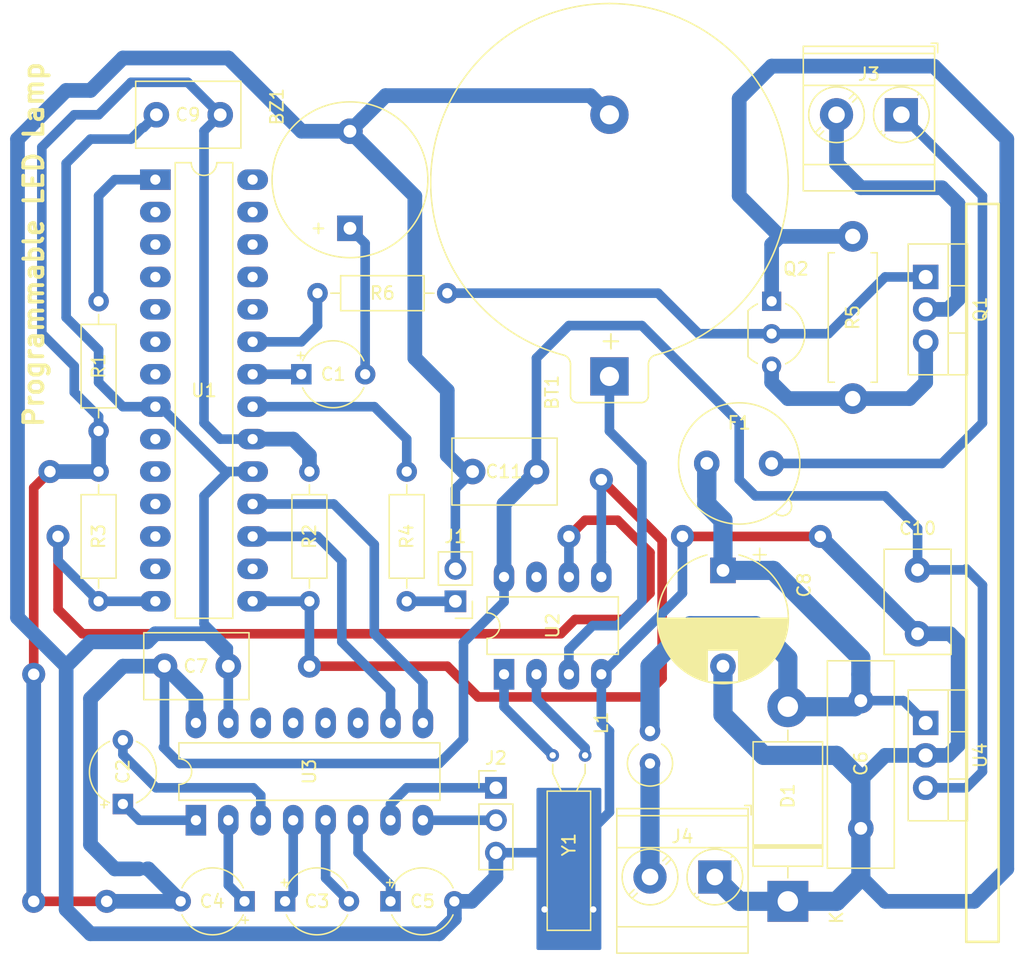
<source format=kicad_pcb>
(kicad_pcb (version 20171130) (host pcbnew 5.0.1-33cea8e~68~ubuntu16.04.1)

  (general
    (thickness 1.6)
    (drawings 12)
    (tracks 288)
    (zones 0)
    (modules 33)
    (nets 30)
  )

  (page A4)
  (title_block
    (title "Programmable RTC based high-power LED lamp")
    (date 2018-11-30)
    (rev 1.0.0)
    (company "Dilshan R Jayakody")
    (comment 1 jayakody2000lk@gmail.com)
  )

  (layers
    (0 F.Cu signal)
    (31 B.Cu signal)
    (32 B.Adhes user)
    (33 F.Adhes user)
    (34 B.Paste user)
    (35 F.Paste user)
    (36 B.SilkS user)
    (37 F.SilkS user)
    (38 B.Mask user)
    (39 F.Mask user)
    (40 Dwgs.User user)
    (41 Cmts.User user)
    (42 Eco1.User user)
    (43 Eco2.User user)
    (44 Edge.Cuts user)
    (45 Margin user)
    (46 B.CrtYd user)
    (47 F.CrtYd user)
    (48 B.Fab user)
    (49 F.Fab user)
  )

  (setup
    (last_trace_width 0.75)
    (trace_clearance 0.2)
    (zone_clearance 0.508)
    (zone_45_only no)
    (trace_min 0.2)
    (segment_width 0.2)
    (edge_width 0.1)
    (via_size 0.8)
    (via_drill 0.4)
    (via_min_size 0.4)
    (via_min_drill 0.3)
    (uvia_size 0.3)
    (uvia_drill 0.1)
    (uvias_allowed no)
    (uvia_min_size 0.2)
    (uvia_min_drill 0.1)
    (pcb_text_width 0.3)
    (pcb_text_size 1.5 1.5)
    (mod_edge_width 0.15)
    (mod_text_size 1 1)
    (mod_text_width 0.15)
    (pad_size 1.5 1.5)
    (pad_drill 0.6)
    (pad_to_mask_clearance 0)
    (solder_mask_min_width 0.25)
    (aux_axis_origin 0 0)
    (visible_elements FFFFFFFF)
    (pcbplotparams
      (layerselection 0x010fc_ffffffff)
      (usegerberextensions false)
      (usegerberattributes false)
      (usegerberadvancedattributes false)
      (creategerberjobfile false)
      (excludeedgelayer true)
      (linewidth 0.100000)
      (plotframeref false)
      (viasonmask false)
      (mode 1)
      (useauxorigin false)
      (hpglpennumber 1)
      (hpglpenspeed 20)
      (hpglpendiameter 15.000000)
      (psnegative false)
      (psa4output false)
      (plotreference true)
      (plotvalue true)
      (plotinvisibletext false)
      (padsonsilk false)
      (subtractmaskfromsilk false)
      (outputformat 1)
      (mirror false)
      (drillshape 1)
      (scaleselection 1)
      (outputdirectory ""))
  )

  (net 0 "")
  (net 1 GND)
  (net 2 "Net-(BT1-Pad1)")
  (net 3 "Net-(BZ1-Pad1)")
  (net 4 BELL)
  (net 5 "Net-(C2-Pad2)")
  (net 6 "Net-(C2-Pad1)")
  (net 7 "Net-(C3-Pad1)")
  (net 8 "Net-(C3-Pad2)")
  (net 9 +5V)
  (net 10 "Net-(C4-Pad1)")
  (net 11 "Net-(C5-Pad1)")
  (net 12 +24V)
  (net 13 "Net-(F1-Pad2)")
  (net 14 "Net-(J1-Pad1)")
  (net 15 "Net-(J2-Pad1)")
  (net 16 "Net-(J2-Pad2)")
  (net 17 "Net-(J3-Pad2)")
  (net 18 "Net-(J4-Pad2)")
  (net 19 "Net-(Q1-Pad3)")
  (net 20 "Net-(Q1-Pad1)")
  (net 21 "Net-(R1-Pad2)")
  (net 22 SDA)
  (net 23 SCL)
  (net 24 IND-LED)
  (net 25 MASTER-LAMP)
  (net 26 COM-TX)
  (net 27 COM-RX)
  (net 28 "Net-(U2-Pad1)")
  (net 29 "Net-(U2-Pad2)")

  (net_class Default "This is the default net class."
    (clearance 0.2)
    (trace_width 0.75)
    (via_dia 0.8)
    (via_drill 0.4)
    (uvia_dia 0.3)
    (uvia_drill 0.1)
    (add_net BELL)
    (add_net COM-RX)
    (add_net COM-TX)
    (add_net IND-LED)
    (add_net MASTER-LAMP)
    (add_net "Net-(BT1-Pad1)")
    (add_net "Net-(BZ1-Pad1)")
    (add_net "Net-(C2-Pad1)")
    (add_net "Net-(C2-Pad2)")
    (add_net "Net-(C3-Pad1)")
    (add_net "Net-(C3-Pad2)")
    (add_net "Net-(C4-Pad1)")
    (add_net "Net-(C5-Pad1)")
    (add_net "Net-(F1-Pad2)")
    (add_net "Net-(J1-Pad1)")
    (add_net "Net-(J2-Pad1)")
    (add_net "Net-(Q1-Pad1)")
    (add_net "Net-(R1-Pad2)")
    (add_net "Net-(U2-Pad1)")
    (add_net "Net-(U2-Pad2)")
    (add_net SCL)
    (add_net SDA)
  )

  (net_class PWR ""
    (clearance 0.2)
    (trace_width 1.5)
    (via_dia 0.8)
    (via_drill 0.4)
    (uvia_dia 0.3)
    (uvia_drill 0.1)
    (add_net +24V)
    (add_net "Net-(J2-Pad2)")
    (add_net "Net-(J4-Pad2)")
  )

  (net_class PWR-Medium ""
    (clearance 0.2)
    (trace_width 1.15)
    (via_dia 0.8)
    (via_drill 0.4)
    (uvia_dia 0.3)
    (uvia_drill 0.1)
    (add_net +5V)
    (add_net GND)
    (add_net "Net-(J3-Pad2)")
    (add_net "Net-(Q1-Pad3)")
  )

  (module Package_TO_SOT_THT:TO-92_Inline_Wide (layer F.Cu) (tedit 5A02FF81) (tstamp 5C0D3C5E)
    (at 146.685 73.025 270)
    (descr "TO-92 leads in-line, wide, drill 0.75mm (see NXP sot054_po.pdf)")
    (tags "to-92 sc-43 sc-43a sot54 PA33 transistor")
    (path /5C00C5F7)
    (fp_text reference Q2 (at -2.54 -1.905) (layer F.SilkS)
      (effects (font (size 1 1) (thickness 0.15)))
    )
    (fp_text value 2SC945 (at 5.715 5.08) (layer F.Fab)
      (effects (font (size 1 1) (thickness 0.15)))
    )
    (fp_text user %R (at -2.54 -1.905) (layer F.Fab)
      (effects (font (size 1 1) (thickness 0.15)))
    )
    (fp_line (start 0.74 1.85) (end 4.34 1.85) (layer F.SilkS) (width 0.12))
    (fp_line (start 0.8 1.75) (end 4.3 1.75) (layer F.Fab) (width 0.1))
    (fp_line (start -1.01 -2.73) (end 6.09 -2.73) (layer F.CrtYd) (width 0.05))
    (fp_line (start -1.01 -2.73) (end -1.01 2.01) (layer F.CrtYd) (width 0.05))
    (fp_line (start 6.09 2.01) (end 6.09 -2.73) (layer F.CrtYd) (width 0.05))
    (fp_line (start 6.09 2.01) (end -1.01 2.01) (layer F.CrtYd) (width 0.05))
    (fp_arc (start 2.54 0) (end 0.74 1.85) (angle 20) (layer F.SilkS) (width 0.12))
    (fp_arc (start 2.54 0) (end 2.54 -2.6) (angle -65) (layer F.SilkS) (width 0.12))
    (fp_arc (start 2.54 0) (end 2.54 -2.6) (angle 65) (layer F.SilkS) (width 0.12))
    (fp_arc (start 2.54 0) (end 2.54 -2.48) (angle 135) (layer F.Fab) (width 0.1))
    (fp_arc (start 2.54 0) (end 2.54 -2.48) (angle -135) (layer F.Fab) (width 0.1))
    (fp_arc (start 2.54 0) (end 4.34 1.85) (angle -20) (layer F.SilkS) (width 0.12))
    (pad 2 thru_hole circle (at 2.54 0) (size 1.5 1.5) (drill 0.8) (layers *.Cu *.Mask)
      (net 20 "Net-(Q1-Pad1)"))
    (pad 3 thru_hole circle (at 5.08 0) (size 1.5 1.5) (drill 0.8) (layers *.Cu *.Mask)
      (net 19 "Net-(Q1-Pad3)"))
    (pad 1 thru_hole rect (at 0 0) (size 1.5 1.5) (drill 0.8) (layers *.Cu *.Mask)
      (net 1 GND))
    (model ${KISYS3DMOD}/Package_TO_SOT_THT.3dshapes/TO-92_Inline_Wide.wrl
      (at (xyz 0 0 0))
      (scale (xyz 1 1 1))
      (rotate (xyz 0 0 0))
    )
  )

  (module Connector_PinHeader_2.54mm:PinHeader_1x02_P2.54mm_Vertical (layer F.Cu) (tedit 59FED5CC) (tstamp 5C0D3E6A)
    (at 121.92 96.52 180)
    (descr "Through hole straight pin header, 1x02, 2.54mm pitch, single row")
    (tags "Through hole pin header THT 1x02 2.54mm single row")
    (path /5BFCACF7)
    (fp_text reference J1 (at 0 5.08 180) (layer F.SilkS)
      (effects (font (size 1 1) (thickness 0.15)))
    )
    (fp_text value IND-LED (at 1.905 -3.175 180) (layer F.Fab)
      (effects (font (size 1 1) (thickness 0.15)))
    )
    (fp_line (start -0.635 -1.27) (end 1.27 -1.27) (layer F.Fab) (width 0.1))
    (fp_line (start 1.27 -1.27) (end 1.27 3.81) (layer F.Fab) (width 0.1))
    (fp_line (start 1.27 3.81) (end -1.27 3.81) (layer F.Fab) (width 0.1))
    (fp_line (start -1.27 3.81) (end -1.27 -0.635) (layer F.Fab) (width 0.1))
    (fp_line (start -1.27 -0.635) (end -0.635 -1.27) (layer F.Fab) (width 0.1))
    (fp_line (start -1.33 3.87) (end 1.33 3.87) (layer F.SilkS) (width 0.12))
    (fp_line (start -1.33 1.27) (end -1.33 3.87) (layer F.SilkS) (width 0.12))
    (fp_line (start 1.33 1.27) (end 1.33 3.87) (layer F.SilkS) (width 0.12))
    (fp_line (start -1.33 1.27) (end 1.33 1.27) (layer F.SilkS) (width 0.12))
    (fp_line (start -1.33 0) (end -1.33 -1.33) (layer F.SilkS) (width 0.12))
    (fp_line (start -1.33 -1.33) (end 0 -1.33) (layer F.SilkS) (width 0.12))
    (fp_line (start -1.8 -1.8) (end -1.8 4.35) (layer F.CrtYd) (width 0.05))
    (fp_line (start -1.8 4.35) (end 1.8 4.35) (layer F.CrtYd) (width 0.05))
    (fp_line (start 1.8 4.35) (end 1.8 -1.8) (layer F.CrtYd) (width 0.05))
    (fp_line (start 1.8 -1.8) (end -1.8 -1.8) (layer F.CrtYd) (width 0.05))
    (fp_text user %R (at 0 1.27 270) (layer F.Fab)
      (effects (font (size 1 1) (thickness 0.15)))
    )
    (pad 1 thru_hole rect (at 0 0 180) (size 1.7 1.7) (drill 1) (layers *.Cu *.Mask)
      (net 14 "Net-(J1-Pad1)"))
    (pad 2 thru_hole oval (at 0 2.54 180) (size 1.7 1.7) (drill 1) (layers *.Cu *.Mask)
      (net 1 GND))
    (model ${KISYS3DMOD}/Connector_PinHeader_2.54mm.3dshapes/PinHeader_1x02_P2.54mm_Vertical.wrl
      (at (xyz 0 0 0))
      (scale (xyz 1 1 1))
      (rotate (xyz 0 0 0))
    )
  )

  (module Buzzer_Beeper:Buzzer_12x9.5RM7.6 (layer F.Cu) (tedit 5A030281) (tstamp 5C0D43FE)
    (at 113.665 67.31 90)
    (descr "Generic Buzzer, D12mm height 9.5mm with RM7.6mm")
    (tags buzzer)
    (path /5BFC54C1)
    (fp_text reference BZ1 (at 9.525 -5.715 90) (layer F.SilkS)
      (effects (font (size 1 1) (thickness 0.15)))
    )
    (fp_text value Buzzer (at 11.43 -0.635 180) (layer F.Fab)
      (effects (font (size 1 1) (thickness 0.15)))
    )
    (fp_text user + (at -0.01 -2.54 90) (layer F.Fab)
      (effects (font (size 1 1) (thickness 0.15)))
    )
    (fp_text user + (at -0.01 -2.54 90) (layer F.SilkS)
      (effects (font (size 1 1) (thickness 0.15)))
    )
    (fp_text user %R (at 9.525 -5.715 90) (layer F.Fab)
      (effects (font (size 1 1) (thickness 0.15)))
    )
    (fp_circle (center 3.8 0) (end 10.05 0) (layer F.CrtYd) (width 0.05))
    (fp_circle (center 3.8 0) (end 9.8 0) (layer F.Fab) (width 0.1))
    (fp_circle (center 3.8 0) (end 4.8 0) (layer F.Fab) (width 0.1))
    (fp_circle (center 3.8 0) (end 9.9 0) (layer F.SilkS) (width 0.12))
    (pad 1 thru_hole rect (at 0 0 90) (size 2 2) (drill 1) (layers *.Cu *.Mask)
      (net 3 "Net-(BZ1-Pad1)"))
    (pad 2 thru_hole circle (at 7.6 0 90) (size 2 2) (drill 1) (layers *.Cu *.Mask)
      (net 1 GND))
    (model ${KISYS3DMOD}/Buzzer_Beeper.3dshapes/Buzzer_12x9.5RM7.6.wrl
      (at (xyz 0 0 0))
      (scale (xyz 1 1 1))
      (rotate (xyz 0 0 0))
    )
  )

  (module Capacitor_THT:CP_Radial_Tantal_D5.0mm_P5.00mm (layer F.Cu) (tedit 5AE50EF0) (tstamp 5C0D43D6)
    (at 109.855 78.74)
    (descr "CP, Radial_Tantal series, Radial, pin pitch=5.00mm, , diameter=5.0mm, Tantal Electrolytic Capacitor, http://cdn-reichelt.de/documents/datenblatt/B300/TANTAL-TB-Serie%23.pdf")
    (tags "CP Radial_Tantal series Radial pin pitch 5.00mm  diameter 5.0mm Tantal Electrolytic Capacitor")
    (path /5BFC52CD)
    (fp_text reference C1 (at 2.5 0) (layer F.SilkS)
      (effects (font (size 1 1) (thickness 0.15)))
    )
    (fp_text value 4.7MFD (at 3.175 4.445) (layer F.Fab)
      (effects (font (size 1 1) (thickness 0.15)))
    )
    (fp_arc (start 2.5 0) (end 0.104003 -1.06) (angle 132.27036) (layer F.SilkS) (width 0.12))
    (fp_arc (start 2.5 0) (end 0.104003 1.06) (angle -132.27036) (layer F.SilkS) (width 0.12))
    (fp_circle (center 2.5 0) (end 5 0) (layer F.Fab) (width 0.1))
    (fp_circle (center 2.5 0) (end 6.22 0) (layer F.CrtYd) (width 0.05))
    (fp_line (start 0.366395 -1.0875) (end 0.866395 -1.0875) (layer F.Fab) (width 0.1))
    (fp_line (start 0.616395 -1.3375) (end 0.616395 -0.8375) (layer F.Fab) (width 0.1))
    (fp_line (start -0.304775 -1.475) (end 0.195225 -1.475) (layer F.SilkS) (width 0.12))
    (fp_line (start -0.054775 -1.725) (end -0.054775 -1.225) (layer F.SilkS) (width 0.12))
    (fp_text user %R (at 2.5 0) (layer F.Fab)
      (effects (font (size 1 1) (thickness 0.15)))
    )
    (pad 1 thru_hole rect (at 0 0) (size 1.6 1.6) (drill 0.8) (layers *.Cu *.Mask)
      (net 4 BELL))
    (pad 2 thru_hole circle (at 5 0) (size 1.6 1.6) (drill 0.8) (layers *.Cu *.Mask)
      (net 3 "Net-(BZ1-Pad1)"))
    (model ${KISYS3DMOD}/Capacitor_THT.3dshapes/CP_Radial_Tantal_D5.0mm_P5.00mm.wrl
      (at (xyz 0 0 0))
      (scale (xyz 1 1 1))
      (rotate (xyz 0 0 0))
    )
  )

  (module Capacitor_THT:CP_Radial_Tantal_D5.0mm_P5.00mm (layer F.Cu) (tedit 5AE50EF0) (tstamp 5C0D3C2F)
    (at 95.885 112.395 90)
    (descr "CP, Radial_Tantal series, Radial, pin pitch=5.00mm, , diameter=5.0mm, Tantal Electrolytic Capacitor, http://cdn-reichelt.de/documents/datenblatt/B300/TANTAL-TB-Serie%23.pdf")
    (tags "CP Radial_Tantal series Radial pin pitch 5.00mm  diameter 5.0mm Tantal Electrolytic Capacitor")
    (path /5BFF5429)
    (fp_text reference C2 (at 2.54 0 90) (layer F.SilkS)
      (effects (font (size 1 1) (thickness 0.15)))
    )
    (fp_text value 10MFD (at 2.54 -3.81 90) (layer F.Fab)
      (effects (font (size 1 1) (thickness 0.15)))
    )
    (fp_text user %R (at 2.54 0 90) (layer F.Fab)
      (effects (font (size 1 1) (thickness 0.15)))
    )
    (fp_line (start -0.054775 -1.725) (end -0.054775 -1.225) (layer F.SilkS) (width 0.12))
    (fp_line (start -0.304775 -1.475) (end 0.195225 -1.475) (layer F.SilkS) (width 0.12))
    (fp_line (start 0.616395 -1.3375) (end 0.616395 -0.8375) (layer F.Fab) (width 0.1))
    (fp_line (start 0.366395 -1.0875) (end 0.866395 -1.0875) (layer F.Fab) (width 0.1))
    (fp_circle (center 2.5 0) (end 6.22 0) (layer F.CrtYd) (width 0.05))
    (fp_circle (center 2.5 0) (end 5 0) (layer F.Fab) (width 0.1))
    (fp_arc (start 2.5 0) (end 0.104003 1.06) (angle -132.27036) (layer F.SilkS) (width 0.12))
    (fp_arc (start 2.5 0) (end 0.104003 -1.06) (angle 132.27036) (layer F.SilkS) (width 0.12))
    (pad 2 thru_hole circle (at 5 0 90) (size 1.6 1.6) (drill 0.8) (layers *.Cu *.Mask)
      (net 5 "Net-(C2-Pad2)"))
    (pad 1 thru_hole rect (at 0 0 90) (size 1.6 1.6) (drill 0.8) (layers *.Cu *.Mask)
      (net 6 "Net-(C2-Pad1)"))
    (model ${KISYS3DMOD}/Capacitor_THT.3dshapes/CP_Radial_Tantal_D5.0mm_P5.00mm.wrl
      (at (xyz 0 0 0))
      (scale (xyz 1 1 1))
      (rotate (xyz 0 0 0))
    )
  )

  (module Capacitor_THT:CP_Radial_Tantal_D5.0mm_P5.00mm (layer F.Cu) (tedit 5AE50EF0) (tstamp 5C0D3F23)
    (at 108.585 120.015)
    (descr "CP, Radial_Tantal series, Radial, pin pitch=5.00mm, , diameter=5.0mm, Tantal Electrolytic Capacitor, http://cdn-reichelt.de/documents/datenblatt/B300/TANTAL-TB-Serie%23.pdf")
    (tags "CP Radial_Tantal series Radial pin pitch 5.00mm  diameter 5.0mm Tantal Electrolytic Capacitor")
    (path /5BFF5555)
    (fp_text reference C3 (at 2.5 0) (layer F.SilkS)
      (effects (font (size 1 1) (thickness 0.15)))
    )
    (fp_text value 10MFD (at -13.97 -1.905) (layer F.Fab)
      (effects (font (size 1 1) (thickness 0.15)))
    )
    (fp_arc (start 2.5 0) (end 0.104003 -1.06) (angle 132.27036) (layer F.SilkS) (width 0.12))
    (fp_arc (start 2.5 0) (end 0.104003 1.06) (angle -132.27036) (layer F.SilkS) (width 0.12))
    (fp_circle (center 2.5 0) (end 5 0) (layer F.Fab) (width 0.1))
    (fp_circle (center 2.5 0) (end 6.22 0) (layer F.CrtYd) (width 0.05))
    (fp_line (start 0.366395 -1.0875) (end 0.866395 -1.0875) (layer F.Fab) (width 0.1))
    (fp_line (start 0.616395 -1.3375) (end 0.616395 -0.8375) (layer F.Fab) (width 0.1))
    (fp_line (start -0.304775 -1.475) (end 0.195225 -1.475) (layer F.SilkS) (width 0.12))
    (fp_line (start -0.054775 -1.725) (end -0.054775 -1.225) (layer F.SilkS) (width 0.12))
    (fp_text user %R (at 2.5 0) (layer F.Fab)
      (effects (font (size 1 1) (thickness 0.15)))
    )
    (pad 1 thru_hole rect (at 0 0) (size 1.6 1.6) (drill 0.8) (layers *.Cu *.Mask)
      (net 7 "Net-(C3-Pad1)"))
    (pad 2 thru_hole circle (at 5 0) (size 1.6 1.6) (drill 0.8) (layers *.Cu *.Mask)
      (net 8 "Net-(C3-Pad2)"))
    (model ${KISYS3DMOD}/Capacitor_THT.3dshapes/CP_Radial_Tantal_D5.0mm_P5.00mm.wrl
      (at (xyz 0 0 0))
      (scale (xyz 1 1 1))
      (rotate (xyz 0 0 0))
    )
  )

  (module Capacitor_THT:CP_Radial_Tantal_D5.0mm_P5.00mm (layer F.Cu) (tedit 5AE50EF0) (tstamp 5C0D3F4D)
    (at 105.41 120.015 180)
    (descr "CP, Radial_Tantal series, Radial, pin pitch=5.00mm, , diameter=5.0mm, Tantal Electrolytic Capacitor, http://cdn-reichelt.de/documents/datenblatt/B300/TANTAL-TB-Serie%23.pdf")
    (tags "CP Radial_Tantal series Radial pin pitch 5.00mm  diameter 5.0mm Tantal Electrolytic Capacitor")
    (path /5BFFADA2)
    (fp_text reference C4 (at 2.54 0 180) (layer F.SilkS)
      (effects (font (size 1 1) (thickness 0.15)))
    )
    (fp_text value 10MFD (at 12.065 3.81 180) (layer F.Fab)
      (effects (font (size 1 1) (thickness 0.15)))
    )
    (fp_text user %R (at 2.5 0 180) (layer F.Fab)
      (effects (font (size 1 1) (thickness 0.15)))
    )
    (fp_line (start -0.054775 -1.725) (end -0.054775 -1.225) (layer F.SilkS) (width 0.12))
    (fp_line (start -0.304775 -1.475) (end 0.195225 -1.475) (layer F.SilkS) (width 0.12))
    (fp_line (start 0.616395 -1.3375) (end 0.616395 -0.8375) (layer F.Fab) (width 0.1))
    (fp_line (start 0.366395 -1.0875) (end 0.866395 -1.0875) (layer F.Fab) (width 0.1))
    (fp_circle (center 2.5 0) (end 6.22 0) (layer F.CrtYd) (width 0.05))
    (fp_circle (center 2.5 0) (end 5 0) (layer F.Fab) (width 0.1))
    (fp_arc (start 2.5 0) (end 0.104003 1.06) (angle -132.27036) (layer F.SilkS) (width 0.12))
    (fp_arc (start 2.5 0) (end 0.104003 -1.06) (angle 132.27036) (layer F.SilkS) (width 0.12))
    (pad 2 thru_hole circle (at 5 0 180) (size 1.6 1.6) (drill 0.8) (layers *.Cu *.Mask)
      (net 9 +5V))
    (pad 1 thru_hole rect (at 0 0 180) (size 1.6 1.6) (drill 0.8) (layers *.Cu *.Mask)
      (net 10 "Net-(C4-Pad1)"))
    (model ${KISYS3DMOD}/Capacitor_THT.3dshapes/CP_Radial_Tantal_D5.0mm_P5.00mm.wrl
      (at (xyz 0 0 0))
      (scale (xyz 1 1 1))
      (rotate (xyz 0 0 0))
    )
  )

  (module Capacitor_THT:CP_Radial_Tantal_D5.0mm_P5.00mm (layer F.Cu) (tedit 5AE50EF0) (tstamp 5C0D3E39)
    (at 116.84 120.015)
    (descr "CP, Radial_Tantal series, Radial, pin pitch=5.00mm, , diameter=5.0mm, Tantal Electrolytic Capacitor, http://cdn-reichelt.de/documents/datenblatt/B300/TANTAL-TB-Serie%23.pdf")
    (tags "CP Radial_Tantal series Radial pin pitch 5.00mm  diameter 5.0mm Tantal Electrolytic Capacitor")
    (path /5BFFD45C)
    (fp_text reference C5 (at 2.5 0) (layer F.SilkS)
      (effects (font (size 1 1) (thickness 0.15)))
    )
    (fp_text value 10MFD (at -20.955 2.54) (layer F.Fab)
      (effects (font (size 1 1) (thickness 0.15)))
    )
    (fp_arc (start 2.5 0) (end 0.104003 -1.06) (angle 132.27036) (layer F.SilkS) (width 0.12))
    (fp_arc (start 2.5 0) (end 0.104003 1.06) (angle -132.27036) (layer F.SilkS) (width 0.12))
    (fp_circle (center 2.5 0) (end 5 0) (layer F.Fab) (width 0.1))
    (fp_circle (center 2.5 0) (end 6.22 0) (layer F.CrtYd) (width 0.05))
    (fp_line (start 0.366395 -1.0875) (end 0.866395 -1.0875) (layer F.Fab) (width 0.1))
    (fp_line (start 0.616395 -1.3375) (end 0.616395 -0.8375) (layer F.Fab) (width 0.1))
    (fp_line (start -0.304775 -1.475) (end 0.195225 -1.475) (layer F.SilkS) (width 0.12))
    (fp_line (start -0.054775 -1.725) (end -0.054775 -1.225) (layer F.SilkS) (width 0.12))
    (fp_text user %R (at 2.5 0) (layer F.Fab)
      (effects (font (size 1 1) (thickness 0.15)))
    )
    (pad 1 thru_hole rect (at 0 0) (size 1.6 1.6) (drill 0.8) (layers *.Cu *.Mask)
      (net 11 "Net-(C5-Pad1)"))
    (pad 2 thru_hole circle (at 5 0) (size 1.6 1.6) (drill 0.8) (layers *.Cu *.Mask)
      (net 1 GND))
    (model ${KISYS3DMOD}/Capacitor_THT.3dshapes/CP_Radial_Tantal_D5.0mm_P5.00mm.wrl
      (at (xyz 0 0 0))
      (scale (xyz 1 1 1))
      (rotate (xyz 0 0 0))
    )
  )

  (module Capacitor_THT:C_Disc_D16.0mm_W5.0mm_P10.00mm (layer F.Cu) (tedit 5AE50EF0) (tstamp 5C0D424E)
    (at 153.67 104.3 270)
    (descr "C, Disc series, Radial, pin pitch=10.00mm, , diameter*width=16.0*5.0mm^2, Capacitor, http://www.vishay.com/docs/28535/vy2series.pdf")
    (tags "C Disc series Radial pin pitch 10.00mm  diameter 16.0mm width 5.0mm Capacitor")
    (path /5C0340C1)
    (fp_text reference C6 (at 4.92 0 270) (layer F.SilkS)
      (effects (font (size 1 1) (thickness 0.15)))
    )
    (fp_text value 0.33MFD (at 14.445 -1.27) (layer F.Fab)
      (effects (font (size 1 1) (thickness 0.15)))
    )
    (fp_line (start -3 -2.5) (end -3 2.5) (layer F.Fab) (width 0.1))
    (fp_line (start -3 2.5) (end 13 2.5) (layer F.Fab) (width 0.1))
    (fp_line (start 13 2.5) (end 13 -2.5) (layer F.Fab) (width 0.1))
    (fp_line (start 13 -2.5) (end -3 -2.5) (layer F.Fab) (width 0.1))
    (fp_line (start -3.12 -2.62) (end 13.12 -2.62) (layer F.SilkS) (width 0.12))
    (fp_line (start -3.12 2.62) (end 13.12 2.62) (layer F.SilkS) (width 0.12))
    (fp_line (start -3.12 -2.62) (end -3.12 2.62) (layer F.SilkS) (width 0.12))
    (fp_line (start 13.12 -2.62) (end 13.12 2.62) (layer F.SilkS) (width 0.12))
    (fp_line (start -3.25 -2.75) (end -3.25 2.75) (layer F.CrtYd) (width 0.05))
    (fp_line (start -3.25 2.75) (end 13.25 2.75) (layer F.CrtYd) (width 0.05))
    (fp_line (start 13.25 2.75) (end 13.25 -2.75) (layer F.CrtYd) (width 0.05))
    (fp_line (start 13.25 -2.75) (end -3.25 -2.75) (layer F.CrtYd) (width 0.05))
    (fp_text user %R (at 5 0 270) (layer F.Fab)
      (effects (font (size 1 1) (thickness 0.15)))
    )
    (pad 1 thru_hole circle (at 0 0 270) (size 2 2) (drill 1) (layers *.Cu *.Mask)
      (net 12 +24V))
    (pad 2 thru_hole circle (at 10 0 270) (size 2 2) (drill 1) (layers *.Cu *.Mask)
      (net 1 GND))
    (model ${KISYS3DMOD}/Capacitor_THT.3dshapes/C_Disc_D16.0mm_W5.0mm_P10.00mm.wrl
      (at (xyz 0 0 0))
      (scale (xyz 1 1 1))
      (rotate (xyz 0 0 0))
    )
  )

  (module Capacitor_THT:C_Disc_D8.0mm_W5.0mm_P5.00mm (layer F.Cu) (tedit 5AE50EF0) (tstamp 5C0D4218)
    (at 99.14 101.6)
    (descr "C, Disc series, Radial, pin pitch=5.00mm, , diameter*width=8*5.0mm^2, Capacitor, http://www.vishay.com/docs/28535/vy2series.pdf")
    (tags "C Disc series Radial pin pitch 5.00mm  diameter 8mm width 5.0mm Capacitor")
    (path /5C0382E3)
    (fp_text reference C7 (at 2.46 0) (layer F.SilkS)
      (effects (font (size 1 1) (thickness 0.15)))
    )
    (fp_text value 0.1MFD (at -2.62 0 90) (layer F.Fab)
      (effects (font (size 1 1) (thickness 0.15)))
    )
    (fp_line (start -1.5 -2.5) (end -1.5 2.5) (layer F.Fab) (width 0.1))
    (fp_line (start -1.5 2.5) (end 6.5 2.5) (layer F.Fab) (width 0.1))
    (fp_line (start 6.5 2.5) (end 6.5 -2.5) (layer F.Fab) (width 0.1))
    (fp_line (start 6.5 -2.5) (end -1.5 -2.5) (layer F.Fab) (width 0.1))
    (fp_line (start -1.62 -2.62) (end 6.62 -2.62) (layer F.SilkS) (width 0.12))
    (fp_line (start -1.62 2.62) (end 6.62 2.62) (layer F.SilkS) (width 0.12))
    (fp_line (start -1.62 -2.62) (end -1.62 2.62) (layer F.SilkS) (width 0.12))
    (fp_line (start 6.62 -2.62) (end 6.62 2.62) (layer F.SilkS) (width 0.12))
    (fp_line (start -1.75 -2.75) (end -1.75 2.75) (layer F.CrtYd) (width 0.05))
    (fp_line (start -1.75 2.75) (end 6.75 2.75) (layer F.CrtYd) (width 0.05))
    (fp_line (start 6.75 2.75) (end 6.75 -2.75) (layer F.CrtYd) (width 0.05))
    (fp_line (start 6.75 -2.75) (end -1.75 -2.75) (layer F.CrtYd) (width 0.05))
    (fp_text user %R (at 2.5 0) (layer F.Fab)
      (effects (font (size 1 1) (thickness 0.15)))
    )
    (pad 1 thru_hole circle (at 0 0) (size 2 2) (drill 1) (layers *.Cu *.Mask)
      (net 9 +5V))
    (pad 2 thru_hole circle (at 5 0) (size 2 2) (drill 1) (layers *.Cu *.Mask)
      (net 1 GND))
    (model ${KISYS3DMOD}/Capacitor_THT.3dshapes/C_Disc_D8.0mm_W5.0mm_P5.00mm.wrl
      (at (xyz 0 0 0))
      (scale (xyz 1 1 1))
      (rotate (xyz 0 0 0))
    )
  )

  (module Capacitor_THT:CP_Radial_D10.0mm_P7.50mm (layer F.Cu) (tedit 5AE50EF1) (tstamp 5C0D4074)
    (at 142.875 94.1 270)
    (descr "CP, Radial series, Radial, pin pitch=7.50mm, , diameter=10mm, Electrolytic Capacitor")
    (tags "CP Radial series Radial pin pitch 7.50mm  diameter 10mm Electrolytic Capacitor")
    (path /5C04522D)
    (fp_text reference C8 (at 1.15 -6.35 270) (layer F.SilkS)
      (effects (font (size 1 1) (thickness 0.15)))
    )
    (fp_text value 470MFD (at 3.75 6.25 270) (layer F.Fab)
      (effects (font (size 1 1) (thickness 0.15)))
    )
    (fp_arc (start 3.75 0) (end -1.21254 -1.26) (angle 331.50704) (layer F.SilkS) (width 0.12))
    (fp_circle (center 3.75 0) (end 8.75 0) (layer F.Fab) (width 0.1))
    (fp_circle (center 3.75 0) (end 9 0) (layer F.CrtYd) (width 0.05))
    (fp_line (start -0.538861 -2.1875) (end 0.461139 -2.1875) (layer F.Fab) (width 0.1))
    (fp_line (start -0.038861 -2.6875) (end -0.038861 -1.6875) (layer F.Fab) (width 0.1))
    (fp_line (start 3.75 -5.08) (end 3.75 5.08) (layer F.SilkS) (width 0.12))
    (fp_line (start 3.79 -5.08) (end 3.79 5.08) (layer F.SilkS) (width 0.12))
    (fp_line (start 3.83 -5.08) (end 3.83 5.08) (layer F.SilkS) (width 0.12))
    (fp_line (start 3.87 -5.079) (end 3.87 5.079) (layer F.SilkS) (width 0.12))
    (fp_line (start 3.91 -5.078) (end 3.91 5.078) (layer F.SilkS) (width 0.12))
    (fp_line (start 3.95 -5.077) (end 3.95 5.077) (layer F.SilkS) (width 0.12))
    (fp_line (start 3.99 -5.075) (end 3.99 5.075) (layer F.SilkS) (width 0.12))
    (fp_line (start 4.03 -5.073) (end 4.03 5.073) (layer F.SilkS) (width 0.12))
    (fp_line (start 4.07 -5.07) (end 4.07 5.07) (layer F.SilkS) (width 0.12))
    (fp_line (start 4.11 -5.068) (end 4.11 5.068) (layer F.SilkS) (width 0.12))
    (fp_line (start 4.15 -5.065) (end 4.15 5.065) (layer F.SilkS) (width 0.12))
    (fp_line (start 4.19 -5.062) (end 4.19 5.062) (layer F.SilkS) (width 0.12))
    (fp_line (start 4.23 -5.058) (end 4.23 5.058) (layer F.SilkS) (width 0.12))
    (fp_line (start 4.27 -5.054) (end 4.27 5.054) (layer F.SilkS) (width 0.12))
    (fp_line (start 4.31 -5.05) (end 4.31 5.05) (layer F.SilkS) (width 0.12))
    (fp_line (start 4.35 -5.045) (end 4.35 5.045) (layer F.SilkS) (width 0.12))
    (fp_line (start 4.39 -5.04) (end 4.39 5.04) (layer F.SilkS) (width 0.12))
    (fp_line (start 4.43 -5.035) (end 4.43 5.035) (layer F.SilkS) (width 0.12))
    (fp_line (start 4.471 -5.03) (end 4.471 5.03) (layer F.SilkS) (width 0.12))
    (fp_line (start 4.511 -5.024) (end 4.511 5.024) (layer F.SilkS) (width 0.12))
    (fp_line (start 4.551 -5.018) (end 4.551 5.018) (layer F.SilkS) (width 0.12))
    (fp_line (start 4.591 -5.011) (end 4.591 5.011) (layer F.SilkS) (width 0.12))
    (fp_line (start 4.631 -5.004) (end 4.631 5.004) (layer F.SilkS) (width 0.12))
    (fp_line (start 4.671 -4.997) (end 4.671 4.997) (layer F.SilkS) (width 0.12))
    (fp_line (start 4.711 -4.99) (end 4.711 4.99) (layer F.SilkS) (width 0.12))
    (fp_line (start 4.751 -4.982) (end 4.751 4.982) (layer F.SilkS) (width 0.12))
    (fp_line (start 4.791 -4.974) (end 4.791 4.974) (layer F.SilkS) (width 0.12))
    (fp_line (start 4.831 -4.965) (end 4.831 4.965) (layer F.SilkS) (width 0.12))
    (fp_line (start 4.871 -4.956) (end 4.871 4.956) (layer F.SilkS) (width 0.12))
    (fp_line (start 4.911 -4.947) (end 4.911 4.947) (layer F.SilkS) (width 0.12))
    (fp_line (start 4.951 -4.938) (end 4.951 4.938) (layer F.SilkS) (width 0.12))
    (fp_line (start 4.991 -4.928) (end 4.991 4.928) (layer F.SilkS) (width 0.12))
    (fp_line (start 5.031 -4.918) (end 5.031 4.918) (layer F.SilkS) (width 0.12))
    (fp_line (start 5.071 -4.907) (end 5.071 4.907) (layer F.SilkS) (width 0.12))
    (fp_line (start 5.111 -4.897) (end 5.111 4.897) (layer F.SilkS) (width 0.12))
    (fp_line (start 5.151 -4.885) (end 5.151 4.885) (layer F.SilkS) (width 0.12))
    (fp_line (start 5.191 -4.874) (end 5.191 4.874) (layer F.SilkS) (width 0.12))
    (fp_line (start 5.231 -4.862) (end 5.231 4.862) (layer F.SilkS) (width 0.12))
    (fp_line (start 5.271 -4.85) (end 5.271 4.85) (layer F.SilkS) (width 0.12))
    (fp_line (start 5.311 -4.837) (end 5.311 4.837) (layer F.SilkS) (width 0.12))
    (fp_line (start 5.351 -4.824) (end 5.351 4.824) (layer F.SilkS) (width 0.12))
    (fp_line (start 5.391 -4.811) (end 5.391 4.811) (layer F.SilkS) (width 0.12))
    (fp_line (start 5.431 -4.797) (end 5.431 4.797) (layer F.SilkS) (width 0.12))
    (fp_line (start 5.471 -4.783) (end 5.471 4.783) (layer F.SilkS) (width 0.12))
    (fp_line (start 5.511 -4.768) (end 5.511 4.768) (layer F.SilkS) (width 0.12))
    (fp_line (start 5.551 -4.754) (end 5.551 4.754) (layer F.SilkS) (width 0.12))
    (fp_line (start 5.591 -4.738) (end 5.591 4.738) (layer F.SilkS) (width 0.12))
    (fp_line (start 5.631 -4.723) (end 5.631 4.723) (layer F.SilkS) (width 0.12))
    (fp_line (start 5.671 -4.707) (end 5.671 4.707) (layer F.SilkS) (width 0.12))
    (fp_line (start 5.711 -4.69) (end 5.711 4.69) (layer F.SilkS) (width 0.12))
    (fp_line (start 5.751 -4.674) (end 5.751 4.674) (layer F.SilkS) (width 0.12))
    (fp_line (start 5.791 -4.657) (end 5.791 4.657) (layer F.SilkS) (width 0.12))
    (fp_line (start 5.831 -4.639) (end 5.831 4.639) (layer F.SilkS) (width 0.12))
    (fp_line (start 5.871 -4.621) (end 5.871 4.621) (layer F.SilkS) (width 0.12))
    (fp_line (start 5.911 -4.603) (end 5.911 4.603) (layer F.SilkS) (width 0.12))
    (fp_line (start 5.951 -4.584) (end 5.951 4.584) (layer F.SilkS) (width 0.12))
    (fp_line (start 5.991 -4.564) (end 5.991 4.564) (layer F.SilkS) (width 0.12))
    (fp_line (start 6.031 -4.545) (end 6.031 4.545) (layer F.SilkS) (width 0.12))
    (fp_line (start 6.071 -4.525) (end 6.071 4.525) (layer F.SilkS) (width 0.12))
    (fp_line (start 6.111 -4.504) (end 6.111 4.504) (layer F.SilkS) (width 0.12))
    (fp_line (start 6.151 -4.483) (end 6.151 4.483) (layer F.SilkS) (width 0.12))
    (fp_line (start 6.191 -4.462) (end 6.191 4.462) (layer F.SilkS) (width 0.12))
    (fp_line (start 6.231 -4.44) (end 6.231 4.44) (layer F.SilkS) (width 0.12))
    (fp_line (start 6.271 -4.417) (end 6.271 -1.241) (layer F.SilkS) (width 0.12))
    (fp_line (start 6.271 1.241) (end 6.271 4.417) (layer F.SilkS) (width 0.12))
    (fp_line (start 6.311 -4.395) (end 6.311 -1.241) (layer F.SilkS) (width 0.12))
    (fp_line (start 6.311 1.241) (end 6.311 4.395) (layer F.SilkS) (width 0.12))
    (fp_line (start 6.351 -4.371) (end 6.351 -1.241) (layer F.SilkS) (width 0.12))
    (fp_line (start 6.351 1.241) (end 6.351 4.371) (layer F.SilkS) (width 0.12))
    (fp_line (start 6.391 -4.347) (end 6.391 -1.241) (layer F.SilkS) (width 0.12))
    (fp_line (start 6.391 1.241) (end 6.391 4.347) (layer F.SilkS) (width 0.12))
    (fp_line (start 6.431 -4.323) (end 6.431 -1.241) (layer F.SilkS) (width 0.12))
    (fp_line (start 6.431 1.241) (end 6.431 4.323) (layer F.SilkS) (width 0.12))
    (fp_line (start 6.471 -4.298) (end 6.471 -1.241) (layer F.SilkS) (width 0.12))
    (fp_line (start 6.471 1.241) (end 6.471 4.298) (layer F.SilkS) (width 0.12))
    (fp_line (start 6.511 -4.273) (end 6.511 -1.241) (layer F.SilkS) (width 0.12))
    (fp_line (start 6.511 1.241) (end 6.511 4.273) (layer F.SilkS) (width 0.12))
    (fp_line (start 6.551 -4.247) (end 6.551 -1.241) (layer F.SilkS) (width 0.12))
    (fp_line (start 6.551 1.241) (end 6.551 4.247) (layer F.SilkS) (width 0.12))
    (fp_line (start 6.591 -4.221) (end 6.591 -1.241) (layer F.SilkS) (width 0.12))
    (fp_line (start 6.591 1.241) (end 6.591 4.221) (layer F.SilkS) (width 0.12))
    (fp_line (start 6.631 -4.194) (end 6.631 -1.241) (layer F.SilkS) (width 0.12))
    (fp_line (start 6.631 1.241) (end 6.631 4.194) (layer F.SilkS) (width 0.12))
    (fp_line (start 6.671 -4.166) (end 6.671 -1.241) (layer F.SilkS) (width 0.12))
    (fp_line (start 6.671 1.241) (end 6.671 4.166) (layer F.SilkS) (width 0.12))
    (fp_line (start 6.711 -4.138) (end 6.711 -1.241) (layer F.SilkS) (width 0.12))
    (fp_line (start 6.711 1.241) (end 6.711 4.138) (layer F.SilkS) (width 0.12))
    (fp_line (start 6.751 -4.11) (end 6.751 -1.241) (layer F.SilkS) (width 0.12))
    (fp_line (start 6.751 1.241) (end 6.751 4.11) (layer F.SilkS) (width 0.12))
    (fp_line (start 6.791 -4.08) (end 6.791 -1.241) (layer F.SilkS) (width 0.12))
    (fp_line (start 6.791 1.241) (end 6.791 4.08) (layer F.SilkS) (width 0.12))
    (fp_line (start 6.831 -4.05) (end 6.831 -1.241) (layer F.SilkS) (width 0.12))
    (fp_line (start 6.831 1.241) (end 6.831 4.05) (layer F.SilkS) (width 0.12))
    (fp_line (start 6.871 -4.02) (end 6.871 -1.241) (layer F.SilkS) (width 0.12))
    (fp_line (start 6.871 1.241) (end 6.871 4.02) (layer F.SilkS) (width 0.12))
    (fp_line (start 6.911 -3.989) (end 6.911 -1.241) (layer F.SilkS) (width 0.12))
    (fp_line (start 6.911 1.241) (end 6.911 3.989) (layer F.SilkS) (width 0.12))
    (fp_line (start 6.951 -3.957) (end 6.951 -1.241) (layer F.SilkS) (width 0.12))
    (fp_line (start 6.951 1.241) (end 6.951 3.957) (layer F.SilkS) (width 0.12))
    (fp_line (start 6.991 -3.925) (end 6.991 -1.241) (layer F.SilkS) (width 0.12))
    (fp_line (start 6.991 1.241) (end 6.991 3.925) (layer F.SilkS) (width 0.12))
    (fp_line (start 7.031 -3.892) (end 7.031 -1.241) (layer F.SilkS) (width 0.12))
    (fp_line (start 7.031 1.241) (end 7.031 3.892) (layer F.SilkS) (width 0.12))
    (fp_line (start 7.071 -3.858) (end 7.071 -1.241) (layer F.SilkS) (width 0.12))
    (fp_line (start 7.071 1.241) (end 7.071 3.858) (layer F.SilkS) (width 0.12))
    (fp_line (start 7.111 -3.824) (end 7.111 -1.241) (layer F.SilkS) (width 0.12))
    (fp_line (start 7.111 1.241) (end 7.111 3.824) (layer F.SilkS) (width 0.12))
    (fp_line (start 7.151 -3.789) (end 7.151 -1.241) (layer F.SilkS) (width 0.12))
    (fp_line (start 7.151 1.241) (end 7.151 3.789) (layer F.SilkS) (width 0.12))
    (fp_line (start 7.191 -3.753) (end 7.191 -1.241) (layer F.SilkS) (width 0.12))
    (fp_line (start 7.191 1.241) (end 7.191 3.753) (layer F.SilkS) (width 0.12))
    (fp_line (start 7.231 -3.716) (end 7.231 -1.241) (layer F.SilkS) (width 0.12))
    (fp_line (start 7.231 1.241) (end 7.231 3.716) (layer F.SilkS) (width 0.12))
    (fp_line (start 7.271 -3.679) (end 7.271 -1.241) (layer F.SilkS) (width 0.12))
    (fp_line (start 7.271 1.241) (end 7.271 3.679) (layer F.SilkS) (width 0.12))
    (fp_line (start 7.311 -3.64) (end 7.311 -1.241) (layer F.SilkS) (width 0.12))
    (fp_line (start 7.311 1.241) (end 7.311 3.64) (layer F.SilkS) (width 0.12))
    (fp_line (start 7.351 -3.601) (end 7.351 -1.241) (layer F.SilkS) (width 0.12))
    (fp_line (start 7.351 1.241) (end 7.351 3.601) (layer F.SilkS) (width 0.12))
    (fp_line (start 7.391 -3.561) (end 7.391 -1.241) (layer F.SilkS) (width 0.12))
    (fp_line (start 7.391 1.241) (end 7.391 3.561) (layer F.SilkS) (width 0.12))
    (fp_line (start 7.431 -3.52) (end 7.431 -1.241) (layer F.SilkS) (width 0.12))
    (fp_line (start 7.431 1.241) (end 7.431 3.52) (layer F.SilkS) (width 0.12))
    (fp_line (start 7.471 -3.478) (end 7.471 -1.241) (layer F.SilkS) (width 0.12))
    (fp_line (start 7.471 1.241) (end 7.471 3.478) (layer F.SilkS) (width 0.12))
    (fp_line (start 7.511 -3.436) (end 7.511 -1.241) (layer F.SilkS) (width 0.12))
    (fp_line (start 7.511 1.241) (end 7.511 3.436) (layer F.SilkS) (width 0.12))
    (fp_line (start 7.551 -3.392) (end 7.551 -1.241) (layer F.SilkS) (width 0.12))
    (fp_line (start 7.551 1.241) (end 7.551 3.392) (layer F.SilkS) (width 0.12))
    (fp_line (start 7.591 -3.347) (end 7.591 -1.241) (layer F.SilkS) (width 0.12))
    (fp_line (start 7.591 1.241) (end 7.591 3.347) (layer F.SilkS) (width 0.12))
    (fp_line (start 7.631 -3.301) (end 7.631 -1.241) (layer F.SilkS) (width 0.12))
    (fp_line (start 7.631 1.241) (end 7.631 3.301) (layer F.SilkS) (width 0.12))
    (fp_line (start 7.671 -3.254) (end 7.671 -1.241) (layer F.SilkS) (width 0.12))
    (fp_line (start 7.671 1.241) (end 7.671 3.254) (layer F.SilkS) (width 0.12))
    (fp_line (start 7.711 -3.206) (end 7.711 -1.241) (layer F.SilkS) (width 0.12))
    (fp_line (start 7.711 1.241) (end 7.711 3.206) (layer F.SilkS) (width 0.12))
    (fp_line (start 7.751 -3.156) (end 7.751 -1.241) (layer F.SilkS) (width 0.12))
    (fp_line (start 7.751 1.241) (end 7.751 3.156) (layer F.SilkS) (width 0.12))
    (fp_line (start 7.791 -3.106) (end 7.791 -1.241) (layer F.SilkS) (width 0.12))
    (fp_line (start 7.791 1.241) (end 7.791 3.106) (layer F.SilkS) (width 0.12))
    (fp_line (start 7.831 -3.054) (end 7.831 -1.241) (layer F.SilkS) (width 0.12))
    (fp_line (start 7.831 1.241) (end 7.831 3.054) (layer F.SilkS) (width 0.12))
    (fp_line (start 7.871 -3) (end 7.871 -1.241) (layer F.SilkS) (width 0.12))
    (fp_line (start 7.871 1.241) (end 7.871 3) (layer F.SilkS) (width 0.12))
    (fp_line (start 7.911 -2.945) (end 7.911 -1.241) (layer F.SilkS) (width 0.12))
    (fp_line (start 7.911 1.241) (end 7.911 2.945) (layer F.SilkS) (width 0.12))
    (fp_line (start 7.951 -2.889) (end 7.951 -1.241) (layer F.SilkS) (width 0.12))
    (fp_line (start 7.951 1.241) (end 7.951 2.889) (layer F.SilkS) (width 0.12))
    (fp_line (start 7.991 -2.83) (end 7.991 -1.241) (layer F.SilkS) (width 0.12))
    (fp_line (start 7.991 1.241) (end 7.991 2.83) (layer F.SilkS) (width 0.12))
    (fp_line (start 8.031 -2.77) (end 8.031 -1.241) (layer F.SilkS) (width 0.12))
    (fp_line (start 8.031 1.241) (end 8.031 2.77) (layer F.SilkS) (width 0.12))
    (fp_line (start 8.071 -2.709) (end 8.071 -1.241) (layer F.SilkS) (width 0.12))
    (fp_line (start 8.071 1.241) (end 8.071 2.709) (layer F.SilkS) (width 0.12))
    (fp_line (start 8.111 -2.645) (end 8.111 -1.241) (layer F.SilkS) (width 0.12))
    (fp_line (start 8.111 1.241) (end 8.111 2.645) (layer F.SilkS) (width 0.12))
    (fp_line (start 8.151 -2.579) (end 8.151 -1.241) (layer F.SilkS) (width 0.12))
    (fp_line (start 8.151 1.241) (end 8.151 2.579) (layer F.SilkS) (width 0.12))
    (fp_line (start 8.191 -2.51) (end 8.191 -1.241) (layer F.SilkS) (width 0.12))
    (fp_line (start 8.191 1.241) (end 8.191 2.51) (layer F.SilkS) (width 0.12))
    (fp_line (start 8.231 -2.439) (end 8.231 -1.241) (layer F.SilkS) (width 0.12))
    (fp_line (start 8.231 1.241) (end 8.231 2.439) (layer F.SilkS) (width 0.12))
    (fp_line (start 8.271 -2.365) (end 8.271 -1.241) (layer F.SilkS) (width 0.12))
    (fp_line (start 8.271 1.241) (end 8.271 2.365) (layer F.SilkS) (width 0.12))
    (fp_line (start 8.311 -2.289) (end 8.311 -1.241) (layer F.SilkS) (width 0.12))
    (fp_line (start 8.311 1.241) (end 8.311 2.289) (layer F.SilkS) (width 0.12))
    (fp_line (start 8.351 -2.209) (end 8.351 -1.241) (layer F.SilkS) (width 0.12))
    (fp_line (start 8.351 1.241) (end 8.351 2.209) (layer F.SilkS) (width 0.12))
    (fp_line (start 8.391 -2.125) (end 8.391 -1.241) (layer F.SilkS) (width 0.12))
    (fp_line (start 8.391 1.241) (end 8.391 2.125) (layer F.SilkS) (width 0.12))
    (fp_line (start 8.431 -2.037) (end 8.431 -1.241) (layer F.SilkS) (width 0.12))
    (fp_line (start 8.431 1.241) (end 8.431 2.037) (layer F.SilkS) (width 0.12))
    (fp_line (start 8.471 -1.944) (end 8.471 -1.241) (layer F.SilkS) (width 0.12))
    (fp_line (start 8.471 1.241) (end 8.471 1.944) (layer F.SilkS) (width 0.12))
    (fp_line (start 8.511 -1.846) (end 8.511 -1.241) (layer F.SilkS) (width 0.12))
    (fp_line (start 8.511 1.241) (end 8.511 1.846) (layer F.SilkS) (width 0.12))
    (fp_line (start 8.551 -1.742) (end 8.551 -1.241) (layer F.SilkS) (width 0.12))
    (fp_line (start 8.551 1.241) (end 8.551 1.742) (layer F.SilkS) (width 0.12))
    (fp_line (start 8.591 -1.63) (end 8.591 -1.241) (layer F.SilkS) (width 0.12))
    (fp_line (start 8.591 1.241) (end 8.591 1.63) (layer F.SilkS) (width 0.12))
    (fp_line (start 8.631 -1.51) (end 8.631 -1.241) (layer F.SilkS) (width 0.12))
    (fp_line (start 8.631 1.241) (end 8.631 1.51) (layer F.SilkS) (width 0.12))
    (fp_line (start 8.671 -1.378) (end 8.671 -1.241) (layer F.SilkS) (width 0.12))
    (fp_line (start 8.671 1.241) (end 8.671 1.378) (layer F.SilkS) (width 0.12))
    (fp_line (start 8.751 -1.062) (end 8.751 1.062) (layer F.SilkS) (width 0.12))
    (fp_line (start 8.791 -0.862) (end 8.791 0.862) (layer F.SilkS) (width 0.12))
    (fp_line (start 8.831 -0.599) (end 8.831 0.599) (layer F.SilkS) (width 0.12))
    (fp_line (start -1.729646 -2.875) (end -0.729646 -2.875) (layer F.SilkS) (width 0.12))
    (fp_line (start -1.229646 -3.375) (end -1.229646 -2.375) (layer F.SilkS) (width 0.12))
    (fp_text user %R (at 1.15 -6.35 270) (layer F.Fab)
      (effects (font (size 1 1) (thickness 0.15)))
    )
    (pad 1 thru_hole rect (at 0 0 270) (size 2 2) (drill 1) (layers *.Cu *.Mask)
      (net 12 +24V))
    (pad 2 thru_hole circle (at 7.5 0 270) (size 2 2) (drill 1) (layers *.Cu *.Mask)
      (net 1 GND))
    (model ${KISYS3DMOD}/Capacitor_THT.3dshapes/CP_Radial_D10.0mm_P7.50mm.wrl
      (at (xyz 0 0 0))
      (scale (xyz 1 1 1))
      (rotate (xyz 0 0 0))
    )
  )

  (module Capacitor_THT:C_Disc_D8.0mm_W5.0mm_P5.00mm (layer F.Cu) (tedit 5AE50EF0) (tstamp 5C0D4428)
    (at 103.505 58.42 180)
    (descr "C, Disc series, Radial, pin pitch=5.00mm, , diameter*width=8*5.0mm^2, Capacitor, http://www.vishay.com/docs/28535/vy2series.pdf")
    (tags "C Disc series Radial pin pitch 5.00mm  diameter 8mm width 5.0mm Capacitor")
    (path /5C057927)
    (fp_text reference C9 (at 2.54 0 180) (layer F.SilkS)
      (effects (font (size 1 1) (thickness 0.15)))
    )
    (fp_text value 0.1MFD (at 2.5 3.75 180) (layer F.Fab)
      (effects (font (size 1 1) (thickness 0.15)))
    )
    (fp_text user %R (at 2.5 0 180) (layer F.Fab)
      (effects (font (size 1 1) (thickness 0.15)))
    )
    (fp_line (start 6.75 -2.75) (end -1.75 -2.75) (layer F.CrtYd) (width 0.05))
    (fp_line (start 6.75 2.75) (end 6.75 -2.75) (layer F.CrtYd) (width 0.05))
    (fp_line (start -1.75 2.75) (end 6.75 2.75) (layer F.CrtYd) (width 0.05))
    (fp_line (start -1.75 -2.75) (end -1.75 2.75) (layer F.CrtYd) (width 0.05))
    (fp_line (start 6.62 -2.62) (end 6.62 2.62) (layer F.SilkS) (width 0.12))
    (fp_line (start -1.62 -2.62) (end -1.62 2.62) (layer F.SilkS) (width 0.12))
    (fp_line (start -1.62 2.62) (end 6.62 2.62) (layer F.SilkS) (width 0.12))
    (fp_line (start -1.62 -2.62) (end 6.62 -2.62) (layer F.SilkS) (width 0.12))
    (fp_line (start 6.5 -2.5) (end -1.5 -2.5) (layer F.Fab) (width 0.1))
    (fp_line (start 6.5 2.5) (end 6.5 -2.5) (layer F.Fab) (width 0.1))
    (fp_line (start -1.5 2.5) (end 6.5 2.5) (layer F.Fab) (width 0.1))
    (fp_line (start -1.5 -2.5) (end -1.5 2.5) (layer F.Fab) (width 0.1))
    (pad 2 thru_hole circle (at 5 0 180) (size 2 2) (drill 1) (layers *.Cu *.Mask)
      (net 1 GND))
    (pad 1 thru_hole circle (at 0 0 180) (size 2 2) (drill 1) (layers *.Cu *.Mask)
      (net 9 +5V))
    (model ${KISYS3DMOD}/Capacitor_THT.3dshapes/C_Disc_D8.0mm_W5.0mm_P5.00mm.wrl
      (at (xyz 0 0 0))
      (scale (xyz 1 1 1))
      (rotate (xyz 0 0 0))
    )
  )

  (module Capacitor_THT:C_Disc_D8.0mm_W5.0mm_P5.00mm (layer F.Cu) (tedit 5AE50EF0) (tstamp 5C0D42ED)
    (at 158.115 94.06 270)
    (descr "C, Disc series, Radial, pin pitch=5.00mm, , diameter*width=8*5.0mm^2, Capacitor, http://www.vishay.com/docs/28535/vy2series.pdf")
    (tags "C Disc series Radial pin pitch 5.00mm  diameter 8mm width 5.0mm Capacitor")
    (path /5C05799F)
    (fp_text reference C10 (at -3.255 0) (layer F.SilkS)
      (effects (font (size 1 1) (thickness 0.15)))
    )
    (fp_text value 0.1MFD (at 2.5 3.75 270) (layer F.Fab)
      (effects (font (size 1 1) (thickness 0.15)))
    )
    (fp_line (start -1.5 -2.5) (end -1.5 2.5) (layer F.Fab) (width 0.1))
    (fp_line (start -1.5 2.5) (end 6.5 2.5) (layer F.Fab) (width 0.1))
    (fp_line (start 6.5 2.5) (end 6.5 -2.5) (layer F.Fab) (width 0.1))
    (fp_line (start 6.5 -2.5) (end -1.5 -2.5) (layer F.Fab) (width 0.1))
    (fp_line (start -1.62 -2.62) (end 6.62 -2.62) (layer F.SilkS) (width 0.12))
    (fp_line (start -1.62 2.62) (end 6.62 2.62) (layer F.SilkS) (width 0.12))
    (fp_line (start -1.62 -2.62) (end -1.62 2.62) (layer F.SilkS) (width 0.12))
    (fp_line (start 6.62 -2.62) (end 6.62 2.62) (layer F.SilkS) (width 0.12))
    (fp_line (start -1.75 -2.75) (end -1.75 2.75) (layer F.CrtYd) (width 0.05))
    (fp_line (start -1.75 2.75) (end 6.75 2.75) (layer F.CrtYd) (width 0.05))
    (fp_line (start 6.75 2.75) (end 6.75 -2.75) (layer F.CrtYd) (width 0.05))
    (fp_line (start 6.75 -2.75) (end -1.75 -2.75) (layer F.CrtYd) (width 0.05))
    (fp_text user %R (at -3.255 0) (layer F.Fab)
      (effects (font (size 1 1) (thickness 0.15)))
    )
    (pad 1 thru_hole circle (at 0 0 270) (size 2 2) (drill 1) (layers *.Cu *.Mask)
      (net 9 +5V))
    (pad 2 thru_hole circle (at 5 0 270) (size 2 2) (drill 1) (layers *.Cu *.Mask)
      (net 1 GND))
    (model ${KISYS3DMOD}/Capacitor_THT.3dshapes/C_Disc_D8.0mm_W5.0mm_P5.00mm.wrl
      (at (xyz 0 0 0))
      (scale (xyz 1 1 1))
      (rotate (xyz 0 0 0))
    )
  )

  (module Capacitor_THT:C_Disc_D8.0mm_W5.0mm_P5.00mm (layer F.Cu) (tedit 5AE50EF0) (tstamp 5C0D4323)
    (at 128.27 86.36 180)
    (descr "C, Disc series, Radial, pin pitch=5.00mm, , diameter*width=8*5.0mm^2, Capacitor, http://www.vishay.com/docs/28535/vy2series.pdf")
    (tags "C Disc series Radial pin pitch 5.00mm  diameter 8mm width 5.0mm Capacitor")
    (path /5C057A01)
    (fp_text reference C11 (at 2.54 0 180) (layer F.SilkS)
      (effects (font (size 1 1) (thickness 0.15)))
    )
    (fp_text value 0.1MFD (at 2.5 3.75 180) (layer F.Fab)
      (effects (font (size 1 1) (thickness 0.15)))
    )
    (fp_text user %R (at 2.5 0 180) (layer F.Fab)
      (effects (font (size 1 1) (thickness 0.15)))
    )
    (fp_line (start 6.75 -2.75) (end -1.75 -2.75) (layer F.CrtYd) (width 0.05))
    (fp_line (start 6.75 2.75) (end 6.75 -2.75) (layer F.CrtYd) (width 0.05))
    (fp_line (start -1.75 2.75) (end 6.75 2.75) (layer F.CrtYd) (width 0.05))
    (fp_line (start -1.75 -2.75) (end -1.75 2.75) (layer F.CrtYd) (width 0.05))
    (fp_line (start 6.62 -2.62) (end 6.62 2.62) (layer F.SilkS) (width 0.12))
    (fp_line (start -1.62 -2.62) (end -1.62 2.62) (layer F.SilkS) (width 0.12))
    (fp_line (start -1.62 2.62) (end 6.62 2.62) (layer F.SilkS) (width 0.12))
    (fp_line (start -1.62 -2.62) (end 6.62 -2.62) (layer F.SilkS) (width 0.12))
    (fp_line (start 6.5 -2.5) (end -1.5 -2.5) (layer F.Fab) (width 0.1))
    (fp_line (start 6.5 2.5) (end 6.5 -2.5) (layer F.Fab) (width 0.1))
    (fp_line (start -1.5 2.5) (end 6.5 2.5) (layer F.Fab) (width 0.1))
    (fp_line (start -1.5 -2.5) (end -1.5 2.5) (layer F.Fab) (width 0.1))
    (pad 2 thru_hole circle (at 5 0 180) (size 2 2) (drill 1) (layers *.Cu *.Mask)
      (net 1 GND))
    (pad 1 thru_hole circle (at 0 0 180) (size 2 2) (drill 1) (layers *.Cu *.Mask)
      (net 9 +5V))
    (model ${KISYS3DMOD}/Capacitor_THT.3dshapes/C_Disc_D8.0mm_W5.0mm_P5.00mm.wrl
      (at (xyz 0 0 0))
      (scale (xyz 1 1 1))
      (rotate (xyz 0 0 0))
    )
  )

  (module Diode_THT:D_DO-201AD_P15.24mm_Horizontal (layer F.Cu) (tedit 5AE50CD5) (tstamp 5C0D3ADD)
    (at 147.955 120.015 90)
    (descr "Diode, DO-201AD series, Axial, Horizontal, pin pitch=15.24mm, , length*diameter=9.5*5.2mm^2, , http://www.diodes.com/_files/packages/DO-201AD.pdf")
    (tags "Diode DO-201AD series Axial Horizontal pin pitch 15.24mm  length 9.5mm diameter 5.2mm")
    (path /5C049E50)
    (fp_text reference D1 (at 8.255 0 90) (layer F.SilkS)
      (effects (font (size 1 1) (thickness 0.15)))
    )
    (fp_text value 6A10 (at 12.065 -3.81 90) (layer F.Fab)
      (effects (font (size 1 1) (thickness 0.15)))
    )
    (fp_line (start 2.87 -2.6) (end 2.87 2.6) (layer F.Fab) (width 0.1))
    (fp_line (start 2.87 2.6) (end 12.37 2.6) (layer F.Fab) (width 0.1))
    (fp_line (start 12.37 2.6) (end 12.37 -2.6) (layer F.Fab) (width 0.1))
    (fp_line (start 12.37 -2.6) (end 2.87 -2.6) (layer F.Fab) (width 0.1))
    (fp_line (start 0 0) (end 2.87 0) (layer F.Fab) (width 0.1))
    (fp_line (start 15.24 0) (end 12.37 0) (layer F.Fab) (width 0.1))
    (fp_line (start 4.295 -2.6) (end 4.295 2.6) (layer F.Fab) (width 0.1))
    (fp_line (start 4.395 -2.6) (end 4.395 2.6) (layer F.Fab) (width 0.1))
    (fp_line (start 4.195 -2.6) (end 4.195 2.6) (layer F.Fab) (width 0.1))
    (fp_line (start 2.75 -2.72) (end 2.75 2.72) (layer F.SilkS) (width 0.12))
    (fp_line (start 2.75 2.72) (end 12.49 2.72) (layer F.SilkS) (width 0.12))
    (fp_line (start 12.49 2.72) (end 12.49 -2.72) (layer F.SilkS) (width 0.12))
    (fp_line (start 12.49 -2.72) (end 2.75 -2.72) (layer F.SilkS) (width 0.12))
    (fp_line (start 1.84 0) (end 2.75 0) (layer F.SilkS) (width 0.12))
    (fp_line (start 13.4 0) (end 12.49 0) (layer F.SilkS) (width 0.12))
    (fp_line (start 4.295 -2.72) (end 4.295 2.72) (layer F.SilkS) (width 0.12))
    (fp_line (start 4.415 -2.72) (end 4.415 2.72) (layer F.SilkS) (width 0.12))
    (fp_line (start 4.175 -2.72) (end 4.175 2.72) (layer F.SilkS) (width 0.12))
    (fp_line (start -1.85 -2.85) (end -1.85 2.85) (layer F.CrtYd) (width 0.05))
    (fp_line (start -1.85 2.85) (end 17.09 2.85) (layer F.CrtYd) (width 0.05))
    (fp_line (start 17.09 2.85) (end 17.09 -2.85) (layer F.CrtYd) (width 0.05))
    (fp_line (start 17.09 -2.85) (end -1.85 -2.85) (layer F.CrtYd) (width 0.05))
    (fp_text user %R (at 8.3325 0 90) (layer F.Fab)
      (effects (font (size 1 1) (thickness 0.15)))
    )
    (fp_text user K (at -1.27 3.81 90) (layer F.Fab)
      (effects (font (size 1 1) (thickness 0.15)))
    )
    (fp_text user K (at -1.27 3.81 90) (layer F.SilkS)
      (effects (font (size 1 1) (thickness 0.15)))
    )
    (pad 1 thru_hole rect (at 0 0 90) (size 3.2 3.2) (drill 1.6) (layers *.Cu *.Mask)
      (net 1 GND))
    (pad 2 thru_hole oval (at 15.24 0 90) (size 3.2 3.2) (drill 1.6) (layers *.Cu *.Mask)
      (net 12 +24V))
    (model ${KISYS3DMOD}/Diode_THT.3dshapes/D_DO-201AD_P15.24mm_Horizontal.wrl
      (at (xyz 0 0 0))
      (scale (xyz 1 1 1))
      (rotate (xyz 0 0 0))
    )
  )

  (module Fuse:Fuseholder_TR5_Littelfuse_No560_No460 (layer F.Cu) (tedit 5A1C8972) (tstamp 5C0D3A7F)
    (at 141.605 85.715)
    (descr "Fuse, Fuseholder, TR5, Littelfuse/Wickmann, No. 460, No560,")
    (tags "Fuse Fuseholder TR5 Littelfuse/Wickmann No. 460 No560 ")
    (path /5C01481D)
    (fp_text reference F1 (at 2.54 -3.165) (layer F.SilkS)
      (effects (font (size 1 1) (thickness 0.15)))
    )
    (fp_text value "12V 1A" (at -3.81 1.28 90) (layer F.Fab)
      (effects (font (size 1 1) (thickness 0.15)))
    )
    (fp_text user %R (at 2.54 -3.165) (layer F.Fab)
      (effects (font (size 1 1) (thickness 0.15)))
    )
    (fp_line (start 5.44 3.94) (end 5.31 3.79) (layer F.Fab) (width 0.1))
    (fp_line (start 5.62 4.02) (end 5.44 3.94) (layer F.Fab) (width 0.1))
    (fp_line (start 5.91 4.06) (end 5.62 4.02) (layer F.Fab) (width 0.1))
    (fp_line (start 6.2 3.98) (end 5.91 4.06) (layer F.Fab) (width 0.1))
    (fp_line (start 6.42 3.81) (end 6.2 3.98) (layer F.Fab) (width 0.1))
    (fp_line (start 6.57 3.55) (end 6.42 3.81) (layer F.Fab) (width 0.1))
    (fp_line (start 6.6 3.29) (end 6.57 3.55) (layer F.Fab) (width 0.1))
    (fp_line (start 6.55 3.04) (end 6.6 3.29) (layer F.Fab) (width 0.1))
    (fp_line (start 6.46 2.88) (end 6.55 3.04) (layer F.Fab) (width 0.1))
    (fp_line (start 6.34 2.74) (end 6.46 2.88) (layer F.Fab) (width 0.1))
    (fp_line (start 6.39 2.79) (end 6.51 2.93) (layer F.SilkS) (width 0.12))
    (fp_line (start 6.51 2.93) (end 6.6 3.09) (layer F.SilkS) (width 0.12))
    (fp_line (start 6.6 3.09) (end 6.65 3.34) (layer F.SilkS) (width 0.12))
    (fp_line (start 6.65 3.34) (end 6.62 3.6) (layer F.SilkS) (width 0.12))
    (fp_line (start 6.62 3.6) (end 6.47 3.86) (layer F.SilkS) (width 0.12))
    (fp_line (start 6.47 3.86) (end 6.25 4.03) (layer F.SilkS) (width 0.12))
    (fp_line (start 6.25 4.03) (end 5.96 4.11) (layer F.SilkS) (width 0.12))
    (fp_line (start 5.96 4.11) (end 5.67 4.07) (layer F.SilkS) (width 0.12))
    (fp_line (start 5.67 4.07) (end 5.49 3.99) (layer F.SilkS) (width 0.12))
    (fp_line (start 5.49 3.99) (end 5.36 3.84) (layer F.SilkS) (width 0.12))
    (fp_line (start -2.46 -4.99) (end 7.54 -4.99) (layer F.CrtYd) (width 0.05))
    (fp_line (start -2.46 -4.99) (end -2.46 5.01) (layer F.CrtYd) (width 0.05))
    (fp_line (start 7.54 5.01) (end 7.54 -4.99) (layer F.CrtYd) (width 0.05))
    (fp_line (start 7.54 5.01) (end -2.46 5.01) (layer F.CrtYd) (width 0.05))
    (fp_circle (center 2.55 0) (end 7.25 0) (layer F.Fab) (width 0.1))
    (fp_circle (center 2.54 0.01) (end 7.29 0.01) (layer F.SilkS) (width 0.12))
    (pad 1 thru_hole circle (at 0 0) (size 2 2) (drill 1) (layers *.Cu *.Mask)
      (net 12 +24V))
    (pad 2 thru_hole circle (at 5.08 0.01) (size 2 2) (drill 1) (layers *.Cu *.Mask)
      (net 13 "Net-(F1-Pad2)"))
    (model ${KISYS3DMOD}/Fuse.3dshapes/Fuseholder_TR5_Littelfuse_No560_No460.wrl
      (at (xyz 0 0 0))
      (scale (xyz 1 1 1))
      (rotate (xyz 0 0 0))
    )
  )

  (module Connector_PinHeader_2.54mm:PinHeader_1x03_P2.54mm_Vertical (layer F.Cu) (tedit 59FED5CC) (tstamp 5C0D4288)
    (at 125.095 111.125)
    (descr "Through hole straight pin header, 1x03, 2.54mm pitch, single row")
    (tags "Through hole pin header THT 1x03 2.54mm single row")
    (path /5C00163F)
    (fp_text reference J2 (at 0 -2.33) (layer F.SilkS)
      (effects (font (size 1 1) (thickness 0.15)))
    )
    (fp_text value RS232 (at 0 10.16 90) (layer F.Fab)
      (effects (font (size 1 1) (thickness 0.15)))
    )
    (fp_line (start -0.635 -1.27) (end 1.27 -1.27) (layer F.Fab) (width 0.1))
    (fp_line (start 1.27 -1.27) (end 1.27 6.35) (layer F.Fab) (width 0.1))
    (fp_line (start 1.27 6.35) (end -1.27 6.35) (layer F.Fab) (width 0.1))
    (fp_line (start -1.27 6.35) (end -1.27 -0.635) (layer F.Fab) (width 0.1))
    (fp_line (start -1.27 -0.635) (end -0.635 -1.27) (layer F.Fab) (width 0.1))
    (fp_line (start -1.33 6.41) (end 1.33 6.41) (layer F.SilkS) (width 0.12))
    (fp_line (start -1.33 1.27) (end -1.33 6.41) (layer F.SilkS) (width 0.12))
    (fp_line (start 1.33 1.27) (end 1.33 6.41) (layer F.SilkS) (width 0.12))
    (fp_line (start -1.33 1.27) (end 1.33 1.27) (layer F.SilkS) (width 0.12))
    (fp_line (start -1.33 0) (end -1.33 -1.33) (layer F.SilkS) (width 0.12))
    (fp_line (start -1.33 -1.33) (end 0 -1.33) (layer F.SilkS) (width 0.12))
    (fp_line (start -1.8 -1.8) (end -1.8 6.85) (layer F.CrtYd) (width 0.05))
    (fp_line (start -1.8 6.85) (end 1.8 6.85) (layer F.CrtYd) (width 0.05))
    (fp_line (start 1.8 6.85) (end 1.8 -1.8) (layer F.CrtYd) (width 0.05))
    (fp_line (start 1.8 -1.8) (end -1.8 -1.8) (layer F.CrtYd) (width 0.05))
    (fp_text user %R (at 0 2.54 -270) (layer F.Fab)
      (effects (font (size 1 1) (thickness 0.15)))
    )
    (pad 1 thru_hole rect (at 0 0) (size 1.7 1.7) (drill 1) (layers *.Cu *.Mask)
      (net 15 "Net-(J2-Pad1)"))
    (pad 2 thru_hole oval (at 0 2.54) (size 1.7 1.7) (drill 1) (layers *.Cu *.Mask)
      (net 16 "Net-(J2-Pad2)"))
    (pad 3 thru_hole oval (at 0 5.08) (size 1.7 1.7) (drill 1) (layers *.Cu *.Mask)
      (net 1 GND))
    (model ${KISYS3DMOD}/Connector_PinHeader_2.54mm.3dshapes/PinHeader_1x03_P2.54mm_Vertical.wrl
      (at (xyz 0 0 0))
      (scale (xyz 1 1 1))
      (rotate (xyz 0 0 0))
    )
  )

  (module TerminalBlock_Phoenix:TerminalBlock_Phoenix_MKDS-3-2-5.08_1x02_P5.08mm_Horizontal (layer F.Cu) (tedit 5B294F11) (tstamp 5C0D3EBF)
    (at 156.845 58.42 180)
    (descr "Terminal Block Phoenix MKDS-3-2-5.08, 2 pins, pitch 5.08mm, size 10.2x11.2mm^2, drill diamater 1.3mm, pad diameter 2.6mm, see http://www.farnell.com/datasheets/2138224.pdf, script-generated using https://github.com/pointhi/kicad-footprint-generator/scripts/TerminalBlock_Phoenix")
    (tags "THT Terminal Block Phoenix MKDS-3-2-5.08 pitch 5.08mm size 10.2x11.2mm^2 drill 1.3mm pad 2.6mm")
    (path /5C012F6B)
    (fp_text reference J3 (at 2.54 3.175 180) (layer F.SilkS)
      (effects (font (size 1 1) (thickness 0.15)))
    )
    (fp_text value "7W LED" (at -4.445 1.905 270) (layer F.Fab)
      (effects (font (size 1 1) (thickness 0.15)))
    )
    (fp_circle (center 0 0) (end 2 0) (layer F.Fab) (width 0.1))
    (fp_circle (center 0 0) (end 2.18 0) (layer F.SilkS) (width 0.12))
    (fp_circle (center 5.08 0) (end 7.08 0) (layer F.Fab) (width 0.1))
    (fp_circle (center 5.08 0) (end 7.26 0) (layer F.SilkS) (width 0.12))
    (fp_line (start -2.54 -5.9) (end 7.62 -5.9) (layer F.Fab) (width 0.1))
    (fp_line (start 7.62 -5.9) (end 7.62 5.3) (layer F.Fab) (width 0.1))
    (fp_line (start 7.62 5.3) (end -2.04 5.3) (layer F.Fab) (width 0.1))
    (fp_line (start -2.04 5.3) (end -2.54 4.8) (layer F.Fab) (width 0.1))
    (fp_line (start -2.54 4.8) (end -2.54 -5.9) (layer F.Fab) (width 0.1))
    (fp_line (start -2.54 4.8) (end 7.62 4.8) (layer F.Fab) (width 0.1))
    (fp_line (start -2.6 4.8) (end 7.68 4.8) (layer F.SilkS) (width 0.12))
    (fp_line (start -2.54 2.3) (end 7.62 2.3) (layer F.Fab) (width 0.1))
    (fp_line (start -2.6 2.3) (end 7.68 2.3) (layer F.SilkS) (width 0.12))
    (fp_line (start -2.54 -3.9) (end 7.62 -3.9) (layer F.Fab) (width 0.1))
    (fp_line (start -2.6 -3.9) (end 7.68 -3.9) (layer F.SilkS) (width 0.12))
    (fp_line (start -2.6 -5.96) (end 7.68 -5.96) (layer F.SilkS) (width 0.12))
    (fp_line (start -2.6 5.36) (end 7.68 5.36) (layer F.SilkS) (width 0.12))
    (fp_line (start -2.6 -5.96) (end -2.6 5.36) (layer F.SilkS) (width 0.12))
    (fp_line (start 7.68 -5.96) (end 7.68 5.36) (layer F.SilkS) (width 0.12))
    (fp_line (start 1.517 -1.273) (end -1.273 1.517) (layer F.Fab) (width 0.1))
    (fp_line (start 1.273 -1.517) (end -1.517 1.273) (layer F.Fab) (width 0.1))
    (fp_line (start 1.654 -1.388) (end 1.547 -1.281) (layer F.SilkS) (width 0.12))
    (fp_line (start -1.282 1.547) (end -1.388 1.654) (layer F.SilkS) (width 0.12))
    (fp_line (start 1.388 -1.654) (end 1.281 -1.547) (layer F.SilkS) (width 0.12))
    (fp_line (start -1.548 1.281) (end -1.654 1.388) (layer F.SilkS) (width 0.12))
    (fp_line (start 6.597 -1.273) (end 3.808 1.517) (layer F.Fab) (width 0.1))
    (fp_line (start 6.353 -1.517) (end 3.564 1.273) (layer F.Fab) (width 0.1))
    (fp_line (start 6.734 -1.388) (end 6.339 -0.992) (layer F.SilkS) (width 0.12))
    (fp_line (start 4.073 1.274) (end 3.693 1.654) (layer F.SilkS) (width 0.12))
    (fp_line (start 6.468 -1.654) (end 6.088 -1.274) (layer F.SilkS) (width 0.12))
    (fp_line (start 3.822 0.992) (end 3.427 1.388) (layer F.SilkS) (width 0.12))
    (fp_line (start -2.84 4.86) (end -2.84 5.6) (layer F.SilkS) (width 0.12))
    (fp_line (start -2.84 5.6) (end -2.34 5.6) (layer F.SilkS) (width 0.12))
    (fp_line (start -3.04 -6.4) (end -3.04 5.8) (layer F.CrtYd) (width 0.05))
    (fp_line (start -3.04 5.8) (end 8.13 5.8) (layer F.CrtYd) (width 0.05))
    (fp_line (start 8.13 5.8) (end 8.13 -6.4) (layer F.CrtYd) (width 0.05))
    (fp_line (start 8.13 -6.4) (end -3.04 -6.4) (layer F.CrtYd) (width 0.05))
    (fp_text user %R (at 2.54 3.1 180) (layer F.Fab)
      (effects (font (size 1 1) (thickness 0.15)))
    )
    (pad 1 thru_hole rect (at 0 0 180) (size 2.6 2.6) (drill 1.3) (layers *.Cu *.Mask)
      (net 13 "Net-(F1-Pad2)"))
    (pad 2 thru_hole circle (at 5.08 0 180) (size 2.6 2.6) (drill 1.3) (layers *.Cu *.Mask)
      (net 17 "Net-(J3-Pad2)"))
    (model ${KISYS3DMOD}/TerminalBlock_Phoenix.3dshapes/TerminalBlock_Phoenix_MKDS-3-2-5.08_1x02_P5.08mm_Horizontal.wrl
      (at (xyz 0 0 0))
      (scale (xyz 1 1 1))
      (rotate (xyz 0 0 0))
    )
  )

  (module TerminalBlock_Phoenix:TerminalBlock_Phoenix_MKDS-3-2-5.08_1x02_P5.08mm_Horizontal (layer F.Cu) (tedit 5B294F11) (tstamp 5C0D4372)
    (at 142.24 118.11 180)
    (descr "Terminal Block Phoenix MKDS-3-2-5.08, 2 pins, pitch 5.08mm, size 10.2x11.2mm^2, drill diamater 1.3mm, pad diameter 2.6mm, see http://www.farnell.com/datasheets/2138224.pdf, script-generated using https://github.com/pointhi/kicad-footprint-generator/scripts/TerminalBlock_Phoenix")
    (tags "THT Terminal Block Phoenix MKDS-3-2-5.08 pitch 5.08mm size 10.2x11.2mm^2 drill 1.3mm pad 2.6mm")
    (path /5C051D93)
    (fp_text reference J4 (at 2.54 3.175 180) (layer F.SilkS)
      (effects (font (size 1 1) (thickness 0.15)))
    )
    (fp_text value "24V 3A IN" (at -7.62 -5.08 180) (layer F.Fab)
      (effects (font (size 1 1) (thickness 0.15)))
    )
    (fp_text user %R (at 2.54 3.1 180) (layer F.Fab)
      (effects (font (size 1 1) (thickness 0.15)))
    )
    (fp_line (start 8.13 -6.4) (end -3.04 -6.4) (layer F.CrtYd) (width 0.05))
    (fp_line (start 8.13 5.8) (end 8.13 -6.4) (layer F.CrtYd) (width 0.05))
    (fp_line (start -3.04 5.8) (end 8.13 5.8) (layer F.CrtYd) (width 0.05))
    (fp_line (start -3.04 -6.4) (end -3.04 5.8) (layer F.CrtYd) (width 0.05))
    (fp_line (start -2.84 5.6) (end -2.34 5.6) (layer F.SilkS) (width 0.12))
    (fp_line (start -2.84 4.86) (end -2.84 5.6) (layer F.SilkS) (width 0.12))
    (fp_line (start 3.822 0.992) (end 3.427 1.388) (layer F.SilkS) (width 0.12))
    (fp_line (start 6.468 -1.654) (end 6.088 -1.274) (layer F.SilkS) (width 0.12))
    (fp_line (start 4.073 1.274) (end 3.693 1.654) (layer F.SilkS) (width 0.12))
    (fp_line (start 6.734 -1.388) (end 6.339 -0.992) (layer F.SilkS) (width 0.12))
    (fp_line (start 6.353 -1.517) (end 3.564 1.273) (layer F.Fab) (width 0.1))
    (fp_line (start 6.597 -1.273) (end 3.808 1.517) (layer F.Fab) (width 0.1))
    (fp_line (start -1.548 1.281) (end -1.654 1.388) (layer F.SilkS) (width 0.12))
    (fp_line (start 1.388 -1.654) (end 1.281 -1.547) (layer F.SilkS) (width 0.12))
    (fp_line (start -1.282 1.547) (end -1.388 1.654) (layer F.SilkS) (width 0.12))
    (fp_line (start 1.654 -1.388) (end 1.547 -1.281) (layer F.SilkS) (width 0.12))
    (fp_line (start 1.273 -1.517) (end -1.517 1.273) (layer F.Fab) (width 0.1))
    (fp_line (start 1.517 -1.273) (end -1.273 1.517) (layer F.Fab) (width 0.1))
    (fp_line (start 7.68 -5.96) (end 7.68 5.36) (layer F.SilkS) (width 0.12))
    (fp_line (start -2.6 -5.96) (end -2.6 5.36) (layer F.SilkS) (width 0.12))
    (fp_line (start -2.6 5.36) (end 7.68 5.36) (layer F.SilkS) (width 0.12))
    (fp_line (start -2.6 -5.96) (end 7.68 -5.96) (layer F.SilkS) (width 0.12))
    (fp_line (start -2.6 -3.9) (end 7.68 -3.9) (layer F.SilkS) (width 0.12))
    (fp_line (start -2.54 -3.9) (end 7.62 -3.9) (layer F.Fab) (width 0.1))
    (fp_line (start -2.6 2.3) (end 7.68 2.3) (layer F.SilkS) (width 0.12))
    (fp_line (start -2.54 2.3) (end 7.62 2.3) (layer F.Fab) (width 0.1))
    (fp_line (start -2.6 4.8) (end 7.68 4.8) (layer F.SilkS) (width 0.12))
    (fp_line (start -2.54 4.8) (end 7.62 4.8) (layer F.Fab) (width 0.1))
    (fp_line (start -2.54 4.8) (end -2.54 -5.9) (layer F.Fab) (width 0.1))
    (fp_line (start -2.04 5.3) (end -2.54 4.8) (layer F.Fab) (width 0.1))
    (fp_line (start 7.62 5.3) (end -2.04 5.3) (layer F.Fab) (width 0.1))
    (fp_line (start 7.62 -5.9) (end 7.62 5.3) (layer F.Fab) (width 0.1))
    (fp_line (start -2.54 -5.9) (end 7.62 -5.9) (layer F.Fab) (width 0.1))
    (fp_circle (center 5.08 0) (end 7.26 0) (layer F.SilkS) (width 0.12))
    (fp_circle (center 5.08 0) (end 7.08 0) (layer F.Fab) (width 0.1))
    (fp_circle (center 0 0) (end 2.18 0) (layer F.SilkS) (width 0.12))
    (fp_circle (center 0 0) (end 2 0) (layer F.Fab) (width 0.1))
    (pad 2 thru_hole circle (at 5.08 0 180) (size 2.6 2.6) (drill 1.3) (layers *.Cu *.Mask)
      (net 18 "Net-(J4-Pad2)"))
    (pad 1 thru_hole rect (at 0 0 180) (size 2.6 2.6) (drill 1.3) (layers *.Cu *.Mask)
      (net 1 GND))
    (model ${KISYS3DMOD}/TerminalBlock_Phoenix.3dshapes/TerminalBlock_Phoenix_MKDS-3-2-5.08_1x02_P5.08mm_Horizontal.wrl
      (at (xyz 0 0 0))
      (scale (xyz 1 1 1))
      (rotate (xyz 0 0 0))
    )
  )

  (module Inductor_THT:L_Axial_L7.0mm_D3.3mm_P2.54mm_Vertical_Fastron_MICC (layer F.Cu) (tedit 5B85CCE0) (tstamp 5C0D42C1)
    (at 137.16 109.22 90)
    (descr "Inductor, Axial series, Axial, Vertical, pin pitch=2.54mm, , length*diameter=7*3.3mm^2, Fastron, MICC, http://www.fastrongroup.com/image-show/70/MICC.pdf?type=Complete-DataSheet&productType=series")
    (tags "Inductor Axial series Axial Vertical pin pitch 2.54mm  length 7mm diameter 3.3mm Fastron MICC")
    (path /5C04F3A3)
    (fp_text reference L1 (at 3.175 -3.81 90) (layer F.SilkS)
      (effects (font (size 1 1) (thickness 0.15)))
    )
    (fp_text value VK200-3T (at 1.27 2.77 90) (layer F.Fab)
      (effects (font (size 1 1) (thickness 0.15)))
    )
    (fp_arc (start 0 0) (end 1.512118 -0.92) (angle -297.365812) (layer F.SilkS) (width 0.12))
    (fp_circle (center 0 0) (end 1.65 0) (layer F.Fab) (width 0.1))
    (fp_line (start 0 0) (end 2.54 0) (layer F.Fab) (width 0.1))
    (fp_line (start -1.9 -1.9) (end -1.9 1.9) (layer F.CrtYd) (width 0.05))
    (fp_line (start -1.9 1.9) (end 3.59 1.9) (layer F.CrtYd) (width 0.05))
    (fp_line (start 3.59 1.9) (end 3.59 -1.9) (layer F.CrtYd) (width 0.05))
    (fp_line (start 3.59 -1.9) (end -1.9 -1.9) (layer F.CrtYd) (width 0.05))
    (fp_text user %R (at 3.175 -3.81 90) (layer F.Fab)
      (effects (font (size 1 1) (thickness 0.15)))
    )
    (pad 1 thru_hole circle (at 0 0 90) (size 1.6 1.6) (drill 0.8) (layers *.Cu *.Mask)
      (net 18 "Net-(J4-Pad2)"))
    (pad 2 thru_hole oval (at 2.54 0 90) (size 1.6 1.6) (drill 0.8) (layers *.Cu *.Mask)
      (net 12 +24V))
    (model ${KISYS3DMOD}/Inductor_THT.3dshapes/L_Axial_L7.0mm_D3.3mm_P2.54mm_Vertical_Fastron_MICC.wrl
      (at (xyz 0 0 0))
      (scale (xyz 1 1 1))
      (rotate (xyz 0 0 0))
    )
  )

  (module Package_TO_SOT_THT:TO-220-3_Vertical (layer F.Cu) (tedit 5AC8BA0D) (tstamp 5C0D3DF9)
    (at 158.75 71.12 270)
    (descr "TO-220-3, Vertical, RM 2.54mm, see https://www.vishay.com/docs/66542/to-220-1.pdf")
    (tags "TO-220-3 Vertical RM 2.54mm")
    (path /5C00C2B3)
    (fp_text reference Q1 (at 2.54 -4.27 270) (layer F.SilkS)
      (effects (font (size 1 1) (thickness 0.15)))
    )
    (fp_text value STP55NF06 (at 12.7 -1.905 90) (layer F.Fab)
      (effects (font (size 1 1) (thickness 0.15)))
    )
    (fp_text user %R (at 2.54 -4.27 270) (layer F.Fab)
      (effects (font (size 1 1) (thickness 0.15)))
    )
    (fp_line (start 7.79 -3.4) (end -2.71 -3.4) (layer F.CrtYd) (width 0.05))
    (fp_line (start 7.79 1.51) (end 7.79 -3.4) (layer F.CrtYd) (width 0.05))
    (fp_line (start -2.71 1.51) (end 7.79 1.51) (layer F.CrtYd) (width 0.05))
    (fp_line (start -2.71 -3.4) (end -2.71 1.51) (layer F.CrtYd) (width 0.05))
    (fp_line (start 4.391 -3.27) (end 4.391 -1.76) (layer F.SilkS) (width 0.12))
    (fp_line (start 0.69 -3.27) (end 0.69 -1.76) (layer F.SilkS) (width 0.12))
    (fp_line (start -2.58 -1.76) (end 7.66 -1.76) (layer F.SilkS) (width 0.12))
    (fp_line (start 7.66 -3.27) (end 7.66 1.371) (layer F.SilkS) (width 0.12))
    (fp_line (start -2.58 -3.27) (end -2.58 1.371) (layer F.SilkS) (width 0.12))
    (fp_line (start -2.58 1.371) (end 7.66 1.371) (layer F.SilkS) (width 0.12))
    (fp_line (start -2.58 -3.27) (end 7.66 -3.27) (layer F.SilkS) (width 0.12))
    (fp_line (start 4.39 -3.15) (end 4.39 -1.88) (layer F.Fab) (width 0.1))
    (fp_line (start 0.69 -3.15) (end 0.69 -1.88) (layer F.Fab) (width 0.1))
    (fp_line (start -2.46 -1.88) (end 7.54 -1.88) (layer F.Fab) (width 0.1))
    (fp_line (start 7.54 -3.15) (end -2.46 -3.15) (layer F.Fab) (width 0.1))
    (fp_line (start 7.54 1.25) (end 7.54 -3.15) (layer F.Fab) (width 0.1))
    (fp_line (start -2.46 1.25) (end 7.54 1.25) (layer F.Fab) (width 0.1))
    (fp_line (start -2.46 -3.15) (end -2.46 1.25) (layer F.Fab) (width 0.1))
    (pad 3 thru_hole oval (at 5.08 0 270) (size 1.905 2) (drill 1.1) (layers *.Cu *.Mask)
      (net 19 "Net-(Q1-Pad3)"))
    (pad 2 thru_hole oval (at 2.54 0 270) (size 1.905 2) (drill 1.1) (layers *.Cu *.Mask)
      (net 17 "Net-(J3-Pad2)"))
    (pad 1 thru_hole rect (at 0 0 270) (size 1.905 2) (drill 1.1) (layers *.Cu *.Mask)
      (net 20 "Net-(Q1-Pad1)"))
    (model ${KISYS3DMOD}/Package_TO_SOT_THT.3dshapes/TO-220-3_Vertical.wrl
      (at (xyz 0 0 0))
      (scale (xyz 1 1 1))
      (rotate (xyz 0 0 0))
    )
  )

  (module Resistor_THT:R_Axial_DIN0207_L6.3mm_D2.5mm_P10.16mm_Horizontal (layer F.Cu) (tedit 5AE5139B) (tstamp 5C0D3F7F)
    (at 93.98 83.185 90)
    (descr "Resistor, Axial_DIN0207 series, Axial, Horizontal, pin pitch=10.16mm, 0.25W = 1/4W, length*diameter=6.3*2.5mm^2, http://cdn-reichelt.de/documents/datenblatt/B400/1_4W%23YAG.pdf")
    (tags "Resistor Axial_DIN0207 series Axial Horizontal pin pitch 10.16mm 0.25W = 1/4W length 6.3mm diameter 2.5mm")
    (path /5BFC113B)
    (fp_text reference R1 (at 5.08 0 90) (layer F.SilkS)
      (effects (font (size 1 1) (thickness 0.15)))
    )
    (fp_text value 4.7K (at 5.08 -2.54 90) (layer F.Fab)
      (effects (font (size 1 1) (thickness 0.15)))
    )
    (fp_line (start 1.93 -1.25) (end 1.93 1.25) (layer F.Fab) (width 0.1))
    (fp_line (start 1.93 1.25) (end 8.23 1.25) (layer F.Fab) (width 0.1))
    (fp_line (start 8.23 1.25) (end 8.23 -1.25) (layer F.Fab) (width 0.1))
    (fp_line (start 8.23 -1.25) (end 1.93 -1.25) (layer F.Fab) (width 0.1))
    (fp_line (start 0 0) (end 1.93 0) (layer F.Fab) (width 0.1))
    (fp_line (start 10.16 0) (end 8.23 0) (layer F.Fab) (width 0.1))
    (fp_line (start 1.81 -1.37) (end 1.81 1.37) (layer F.SilkS) (width 0.12))
    (fp_line (start 1.81 1.37) (end 8.35 1.37) (layer F.SilkS) (width 0.12))
    (fp_line (start 8.35 1.37) (end 8.35 -1.37) (layer F.SilkS) (width 0.12))
    (fp_line (start 8.35 -1.37) (end 1.81 -1.37) (layer F.SilkS) (width 0.12))
    (fp_line (start 1.04 0) (end 1.81 0) (layer F.SilkS) (width 0.12))
    (fp_line (start 9.12 0) (end 8.35 0) (layer F.SilkS) (width 0.12))
    (fp_line (start -1.05 -1.5) (end -1.05 1.5) (layer F.CrtYd) (width 0.05))
    (fp_line (start -1.05 1.5) (end 11.21 1.5) (layer F.CrtYd) (width 0.05))
    (fp_line (start 11.21 1.5) (end 11.21 -1.5) (layer F.CrtYd) (width 0.05))
    (fp_line (start 11.21 -1.5) (end -1.05 -1.5) (layer F.CrtYd) (width 0.05))
    (fp_text user %R (at 5.08 0 90) (layer F.Fab)
      (effects (font (size 1 1) (thickness 0.15)))
    )
    (pad 1 thru_hole circle (at 0 0 90) (size 1.6 1.6) (drill 0.8) (layers *.Cu *.Mask)
      (net 9 +5V))
    (pad 2 thru_hole oval (at 10.16 0 90) (size 1.6 1.6) (drill 0.8) (layers *.Cu *.Mask)
      (net 21 "Net-(R1-Pad2)"))
    (model ${KISYS3DMOD}/Resistor_THT.3dshapes/R_Axial_DIN0207_L6.3mm_D2.5mm_P10.16mm_Horizontal.wrl
      (at (xyz 0 0 0))
      (scale (xyz 1 1 1))
      (rotate (xyz 0 0 0))
    )
  )

  (module Resistor_THT:R_Axial_DIN0207_L6.3mm_D2.5mm_P10.16mm_Horizontal (layer F.Cu) (tedit 5AE5139B) (tstamp 5C0D3D27)
    (at 110.49 86.36 270)
    (descr "Resistor, Axial_DIN0207 series, Axial, Horizontal, pin pitch=10.16mm, 0.25W = 1/4W, length*diameter=6.3*2.5mm^2, http://cdn-reichelt.de/documents/datenblatt/B400/1_4W%23YAG.pdf")
    (tags "Resistor Axial_DIN0207 series Axial Horizontal pin pitch 10.16mm 0.25W = 1/4W length 6.3mm diameter 2.5mm")
    (path /5BFC33B9)
    (fp_text reference R2 (at 5.08 0 270) (layer F.SilkS)
      (effects (font (size 1 1) (thickness 0.15)))
    )
    (fp_text value 4.7K (at 5.08 -2.54 270) (layer F.Fab)
      (effects (font (size 1 1) (thickness 0.15)))
    )
    (fp_line (start 1.93 -1.25) (end 1.93 1.25) (layer F.Fab) (width 0.1))
    (fp_line (start 1.93 1.25) (end 8.23 1.25) (layer F.Fab) (width 0.1))
    (fp_line (start 8.23 1.25) (end 8.23 -1.25) (layer F.Fab) (width 0.1))
    (fp_line (start 8.23 -1.25) (end 1.93 -1.25) (layer F.Fab) (width 0.1))
    (fp_line (start 0 0) (end 1.93 0) (layer F.Fab) (width 0.1))
    (fp_line (start 10.16 0) (end 8.23 0) (layer F.Fab) (width 0.1))
    (fp_line (start 1.81 -1.37) (end 1.81 1.37) (layer F.SilkS) (width 0.12))
    (fp_line (start 1.81 1.37) (end 8.35 1.37) (layer F.SilkS) (width 0.12))
    (fp_line (start 8.35 1.37) (end 8.35 -1.37) (layer F.SilkS) (width 0.12))
    (fp_line (start 8.35 -1.37) (end 1.81 -1.37) (layer F.SilkS) (width 0.12))
    (fp_line (start 1.04 0) (end 1.81 0) (layer F.SilkS) (width 0.12))
    (fp_line (start 9.12 0) (end 8.35 0) (layer F.SilkS) (width 0.12))
    (fp_line (start -1.05 -1.5) (end -1.05 1.5) (layer F.CrtYd) (width 0.05))
    (fp_line (start -1.05 1.5) (end 11.21 1.5) (layer F.CrtYd) (width 0.05))
    (fp_line (start 11.21 1.5) (end 11.21 -1.5) (layer F.CrtYd) (width 0.05))
    (fp_line (start 11.21 -1.5) (end -1.05 -1.5) (layer F.CrtYd) (width 0.05))
    (fp_text user %R (at 5.08 0 270) (layer F.Fab)
      (effects (font (size 1 1) (thickness 0.15)))
    )
    (pad 1 thru_hole circle (at 0 0 270) (size 1.6 1.6) (drill 0.8) (layers *.Cu *.Mask)
      (net 9 +5V))
    (pad 2 thru_hole oval (at 10.16 0 270) (size 1.6 1.6) (drill 0.8) (layers *.Cu *.Mask)
      (net 22 SDA))
    (model ${KISYS3DMOD}/Resistor_THT.3dshapes/R_Axial_DIN0207_L6.3mm_D2.5mm_P10.16mm_Horizontal.wrl
      (at (xyz 0 0 0))
      (scale (xyz 1 1 1))
      (rotate (xyz 0 0 0))
    )
  )

  (module Resistor_THT:R_Axial_DIN0207_L6.3mm_D2.5mm_P10.16mm_Horizontal (layer F.Cu) (tedit 5AE5139B) (tstamp 5C0D4462)
    (at 93.98 86.36 270)
    (descr "Resistor, Axial_DIN0207 series, Axial, Horizontal, pin pitch=10.16mm, 0.25W = 1/4W, length*diameter=6.3*2.5mm^2, http://cdn-reichelt.de/documents/datenblatt/B400/1_4W%23YAG.pdf")
    (tags "Resistor Axial_DIN0207 series Axial Horizontal pin pitch 10.16mm 0.25W = 1/4W length 6.3mm diameter 2.5mm")
    (path /5BFC335F)
    (fp_text reference R3 (at 5.08 0 270) (layer F.SilkS)
      (effects (font (size 1 1) (thickness 0.15)))
    )
    (fp_text value 4.7K (at 5.08 2.37 270) (layer F.Fab)
      (effects (font (size 1 1) (thickness 0.15)))
    )
    (fp_text user %R (at 5.08 0 270) (layer F.Fab)
      (effects (font (size 1 1) (thickness 0.15)))
    )
    (fp_line (start 11.21 -1.5) (end -1.05 -1.5) (layer F.CrtYd) (width 0.05))
    (fp_line (start 11.21 1.5) (end 11.21 -1.5) (layer F.CrtYd) (width 0.05))
    (fp_line (start -1.05 1.5) (end 11.21 1.5) (layer F.CrtYd) (width 0.05))
    (fp_line (start -1.05 -1.5) (end -1.05 1.5) (layer F.CrtYd) (width 0.05))
    (fp_line (start 9.12 0) (end 8.35 0) (layer F.SilkS) (width 0.12))
    (fp_line (start 1.04 0) (end 1.81 0) (layer F.SilkS) (width 0.12))
    (fp_line (start 8.35 -1.37) (end 1.81 -1.37) (layer F.SilkS) (width 0.12))
    (fp_line (start 8.35 1.37) (end 8.35 -1.37) (layer F.SilkS) (width 0.12))
    (fp_line (start 1.81 1.37) (end 8.35 1.37) (layer F.SilkS) (width 0.12))
    (fp_line (start 1.81 -1.37) (end 1.81 1.37) (layer F.SilkS) (width 0.12))
    (fp_line (start 10.16 0) (end 8.23 0) (layer F.Fab) (width 0.1))
    (fp_line (start 0 0) (end 1.93 0) (layer F.Fab) (width 0.1))
    (fp_line (start 8.23 -1.25) (end 1.93 -1.25) (layer F.Fab) (width 0.1))
    (fp_line (start 8.23 1.25) (end 8.23 -1.25) (layer F.Fab) (width 0.1))
    (fp_line (start 1.93 1.25) (end 8.23 1.25) (layer F.Fab) (width 0.1))
    (fp_line (start 1.93 -1.25) (end 1.93 1.25) (layer F.Fab) (width 0.1))
    (pad 2 thru_hole oval (at 10.16 0 270) (size 1.6 1.6) (drill 0.8) (layers *.Cu *.Mask)
      (net 23 SCL))
    (pad 1 thru_hole circle (at 0 0 270) (size 1.6 1.6) (drill 0.8) (layers *.Cu *.Mask)
      (net 9 +5V))
    (model ${KISYS3DMOD}/Resistor_THT.3dshapes/R_Axial_DIN0207_L6.3mm_D2.5mm_P10.16mm_Horizontal.wrl
      (at (xyz 0 0 0))
      (scale (xyz 1 1 1))
      (rotate (xyz 0 0 0))
    )
  )

  (module Resistor_THT:R_Axial_DIN0207_L6.3mm_D2.5mm_P10.16mm_Horizontal (layer F.Cu) (tedit 5AE5139B) (tstamp 5C0D39F1)
    (at 118.11 86.36 270)
    (descr "Resistor, Axial_DIN0207 series, Axial, Horizontal, pin pitch=10.16mm, 0.25W = 1/4W, length*diameter=6.3*2.5mm^2, http://cdn-reichelt.de/documents/datenblatt/B400/1_4W%23YAG.pdf")
    (tags "Resistor Axial_DIN0207 series Axial Horizontal pin pitch 10.16mm 0.25W = 1/4W length 6.3mm diameter 2.5mm")
    (path /5BFC6639)
    (fp_text reference R4 (at 5.08 0 270) (layer F.SilkS)
      (effects (font (size 1 1) (thickness 0.15)))
    )
    (fp_text value 10K (at 5.08 2.37 270) (layer F.Fab)
      (effects (font (size 1 1) (thickness 0.15)))
    )
    (fp_text user %R (at 5.08 0 270) (layer F.Fab)
      (effects (font (size 1 1) (thickness 0.15)))
    )
    (fp_line (start 11.21 -1.5) (end -1.05 -1.5) (layer F.CrtYd) (width 0.05))
    (fp_line (start 11.21 1.5) (end 11.21 -1.5) (layer F.CrtYd) (width 0.05))
    (fp_line (start -1.05 1.5) (end 11.21 1.5) (layer F.CrtYd) (width 0.05))
    (fp_line (start -1.05 -1.5) (end -1.05 1.5) (layer F.CrtYd) (width 0.05))
    (fp_line (start 9.12 0) (end 8.35 0) (layer F.SilkS) (width 0.12))
    (fp_line (start 1.04 0) (end 1.81 0) (layer F.SilkS) (width 0.12))
    (fp_line (start 8.35 -1.37) (end 1.81 -1.37) (layer F.SilkS) (width 0.12))
    (fp_line (start 8.35 1.37) (end 8.35 -1.37) (layer F.SilkS) (width 0.12))
    (fp_line (start 1.81 1.37) (end 8.35 1.37) (layer F.SilkS) (width 0.12))
    (fp_line (start 1.81 -1.37) (end 1.81 1.37) (layer F.SilkS) (width 0.12))
    (fp_line (start 10.16 0) (end 8.23 0) (layer F.Fab) (width 0.1))
    (fp_line (start 0 0) (end 1.93 0) (layer F.Fab) (width 0.1))
    (fp_line (start 8.23 -1.25) (end 1.93 -1.25) (layer F.Fab) (width 0.1))
    (fp_line (start 8.23 1.25) (end 8.23 -1.25) (layer F.Fab) (width 0.1))
    (fp_line (start 1.93 1.25) (end 8.23 1.25) (layer F.Fab) (width 0.1))
    (fp_line (start 1.93 -1.25) (end 1.93 1.25) (layer F.Fab) (width 0.1))
    (pad 2 thru_hole oval (at 10.16 0 270) (size 1.6 1.6) (drill 0.8) (layers *.Cu *.Mask)
      (net 14 "Net-(J1-Pad1)"))
    (pad 1 thru_hole circle (at 0 0 270) (size 1.6 1.6) (drill 0.8) (layers *.Cu *.Mask)
      (net 24 IND-LED))
    (model ${KISYS3DMOD}/Resistor_THT.3dshapes/R_Axial_DIN0207_L6.3mm_D2.5mm_P10.16mm_Horizontal.wrl
      (at (xyz 0 0 0))
      (scale (xyz 1 1 1))
      (rotate (xyz 0 0 0))
    )
  )

  (module Resistor_THT:R_Axial_DIN0207_L6.3mm_D2.5mm_P10.16mm_Horizontal (layer F.Cu) (tedit 5AE5139B) (tstamp 5C0D3A33)
    (at 111.125 72.39)
    (descr "Resistor, Axial_DIN0207 series, Axial, Horizontal, pin pitch=10.16mm, 0.25W = 1/4W, length*diameter=6.3*2.5mm^2, http://cdn-reichelt.de/documents/datenblatt/B400/1_4W%23YAG.pdf")
    (tags "Resistor Axial_DIN0207 series Axial Horizontal pin pitch 10.16mm 0.25W = 1/4W length 6.3mm diameter 2.5mm")
    (path /5C017FBC)
    (fp_text reference R6 (at 5.08 0) (layer F.SilkS)
      (effects (font (size 1 1) (thickness 0.15)))
    )
    (fp_text value 10K (at 5.08 2.37) (layer F.Fab)
      (effects (font (size 1 1) (thickness 0.15)))
    )
    (fp_line (start 1.93 -1.25) (end 1.93 1.25) (layer F.Fab) (width 0.1))
    (fp_line (start 1.93 1.25) (end 8.23 1.25) (layer F.Fab) (width 0.1))
    (fp_line (start 8.23 1.25) (end 8.23 -1.25) (layer F.Fab) (width 0.1))
    (fp_line (start 8.23 -1.25) (end 1.93 -1.25) (layer F.Fab) (width 0.1))
    (fp_line (start 0 0) (end 1.93 0) (layer F.Fab) (width 0.1))
    (fp_line (start 10.16 0) (end 8.23 0) (layer F.Fab) (width 0.1))
    (fp_line (start 1.81 -1.37) (end 1.81 1.37) (layer F.SilkS) (width 0.12))
    (fp_line (start 1.81 1.37) (end 8.35 1.37) (layer F.SilkS) (width 0.12))
    (fp_line (start 8.35 1.37) (end 8.35 -1.37) (layer F.SilkS) (width 0.12))
    (fp_line (start 8.35 -1.37) (end 1.81 -1.37) (layer F.SilkS) (width 0.12))
    (fp_line (start 1.04 0) (end 1.81 0) (layer F.SilkS) (width 0.12))
    (fp_line (start 9.12 0) (end 8.35 0) (layer F.SilkS) (width 0.12))
    (fp_line (start -1.05 -1.5) (end -1.05 1.5) (layer F.CrtYd) (width 0.05))
    (fp_line (start -1.05 1.5) (end 11.21 1.5) (layer F.CrtYd) (width 0.05))
    (fp_line (start 11.21 1.5) (end 11.21 -1.5) (layer F.CrtYd) (width 0.05))
    (fp_line (start 11.21 -1.5) (end -1.05 -1.5) (layer F.CrtYd) (width 0.05))
    (fp_text user %R (at 5.08 0) (layer F.Fab)
      (effects (font (size 1 1) (thickness 0.15)))
    )
    (pad 1 thru_hole circle (at 0 0) (size 1.6 1.6) (drill 0.8) (layers *.Cu *.Mask)
      (net 25 MASTER-LAMP))
    (pad 2 thru_hole oval (at 10.16 0) (size 1.6 1.6) (drill 0.8) (layers *.Cu *.Mask)
      (net 20 "Net-(Q1-Pad1)"))
    (model ${KISYS3DMOD}/Resistor_THT.3dshapes/R_Axial_DIN0207_L6.3mm_D2.5mm_P10.16mm_Horizontal.wrl
      (at (xyz 0 0 0))
      (scale (xyz 1 1 1))
      (rotate (xyz 0 0 0))
    )
  )

  (module Package_DIP:DIP-28_W7.62mm_LongPads (layer F.Cu) (tedit 5A02E8C5) (tstamp 5C0D3D82)
    (at 98.425 63.5)
    (descr "28-lead though-hole mounted DIP package, row spacing 7.62 mm (300 mils), LongPads")
    (tags "THT DIP DIL PDIP 2.54mm 7.62mm 300mil LongPads")
    (path /5BFC0B52)
    (fp_text reference U1 (at 3.81 16.51) (layer F.SilkS)
      (effects (font (size 1 1) (thickness 0.15)))
    )
    (fp_text value PIC16F883-IP (at -3.175 1.905 90) (layer F.Fab)
      (effects (font (size 1 1) (thickness 0.15)))
    )
    (fp_arc (start 3.81 -1.33) (end 2.81 -1.33) (angle -180) (layer F.SilkS) (width 0.12))
    (fp_line (start 1.635 -1.27) (end 6.985 -1.27) (layer F.Fab) (width 0.1))
    (fp_line (start 6.985 -1.27) (end 6.985 34.29) (layer F.Fab) (width 0.1))
    (fp_line (start 6.985 34.29) (end 0.635 34.29) (layer F.Fab) (width 0.1))
    (fp_line (start 0.635 34.29) (end 0.635 -0.27) (layer F.Fab) (width 0.1))
    (fp_line (start 0.635 -0.27) (end 1.635 -1.27) (layer F.Fab) (width 0.1))
    (fp_line (start 2.81 -1.33) (end 1.56 -1.33) (layer F.SilkS) (width 0.12))
    (fp_line (start 1.56 -1.33) (end 1.56 34.35) (layer F.SilkS) (width 0.12))
    (fp_line (start 1.56 34.35) (end 6.06 34.35) (layer F.SilkS) (width 0.12))
    (fp_line (start 6.06 34.35) (end 6.06 -1.33) (layer F.SilkS) (width 0.12))
    (fp_line (start 6.06 -1.33) (end 4.81 -1.33) (layer F.SilkS) (width 0.12))
    (fp_line (start -1.45 -1.55) (end -1.45 34.55) (layer F.CrtYd) (width 0.05))
    (fp_line (start -1.45 34.55) (end 9.1 34.55) (layer F.CrtYd) (width 0.05))
    (fp_line (start 9.1 34.55) (end 9.1 -1.55) (layer F.CrtYd) (width 0.05))
    (fp_line (start 9.1 -1.55) (end -1.45 -1.55) (layer F.CrtYd) (width 0.05))
    (fp_text user %R (at 3.81 16.51) (layer F.Fab)
      (effects (font (size 1 1) (thickness 0.15)))
    )
    (pad 1 thru_hole rect (at 0 0) (size 2.4 1.6) (drill 0.8) (layers *.Cu *.Mask)
      (net 21 "Net-(R1-Pad2)"))
    (pad 15 thru_hole oval (at 7.62 33.02) (size 2.4 1.6) (drill 0.8) (layers *.Cu *.Mask)
      (net 22 SDA))
    (pad 2 thru_hole oval (at 0 2.54) (size 2.4 1.6) (drill 0.8) (layers *.Cu *.Mask))
    (pad 16 thru_hole oval (at 7.62 30.48) (size 2.4 1.6) (drill 0.8) (layers *.Cu *.Mask))
    (pad 3 thru_hole oval (at 0 5.08) (size 2.4 1.6) (drill 0.8) (layers *.Cu *.Mask))
    (pad 17 thru_hole oval (at 7.62 27.94) (size 2.4 1.6) (drill 0.8) (layers *.Cu *.Mask)
      (net 26 COM-TX))
    (pad 4 thru_hole oval (at 0 7.62) (size 2.4 1.6) (drill 0.8) (layers *.Cu *.Mask))
    (pad 18 thru_hole oval (at 7.62 25.4) (size 2.4 1.6) (drill 0.8) (layers *.Cu *.Mask)
      (net 27 COM-RX))
    (pad 5 thru_hole oval (at 0 10.16) (size 2.4 1.6) (drill 0.8) (layers *.Cu *.Mask))
    (pad 19 thru_hole oval (at 7.62 22.86) (size 2.4 1.6) (drill 0.8) (layers *.Cu *.Mask)
      (net 1 GND))
    (pad 6 thru_hole oval (at 0 12.7) (size 2.4 1.6) (drill 0.8) (layers *.Cu *.Mask))
    (pad 20 thru_hole oval (at 7.62 20.32) (size 2.4 1.6) (drill 0.8) (layers *.Cu *.Mask)
      (net 9 +5V))
    (pad 7 thru_hole oval (at 0 15.24) (size 2.4 1.6) (drill 0.8) (layers *.Cu *.Mask))
    (pad 21 thru_hole oval (at 7.62 17.78) (size 2.4 1.6) (drill 0.8) (layers *.Cu *.Mask)
      (net 24 IND-LED))
    (pad 8 thru_hole oval (at 0 17.78) (size 2.4 1.6) (drill 0.8) (layers *.Cu *.Mask)
      (net 1 GND))
    (pad 22 thru_hole oval (at 7.62 15.24) (size 2.4 1.6) (drill 0.8) (layers *.Cu *.Mask)
      (net 4 BELL))
    (pad 9 thru_hole oval (at 0 20.32) (size 2.4 1.6) (drill 0.8) (layers *.Cu *.Mask))
    (pad 23 thru_hole oval (at 7.62 12.7) (size 2.4 1.6) (drill 0.8) (layers *.Cu *.Mask)
      (net 25 MASTER-LAMP))
    (pad 10 thru_hole oval (at 0 22.86) (size 2.4 1.6) (drill 0.8) (layers *.Cu *.Mask))
    (pad 24 thru_hole oval (at 7.62 10.16) (size 2.4 1.6) (drill 0.8) (layers *.Cu *.Mask))
    (pad 11 thru_hole oval (at 0 25.4) (size 2.4 1.6) (drill 0.8) (layers *.Cu *.Mask))
    (pad 25 thru_hole oval (at 7.62 7.62) (size 2.4 1.6) (drill 0.8) (layers *.Cu *.Mask))
    (pad 12 thru_hole oval (at 0 27.94) (size 2.4 1.6) (drill 0.8) (layers *.Cu *.Mask))
    (pad 26 thru_hole oval (at 7.62 5.08) (size 2.4 1.6) (drill 0.8) (layers *.Cu *.Mask))
    (pad 13 thru_hole oval (at 0 30.48) (size 2.4 1.6) (drill 0.8) (layers *.Cu *.Mask))
    (pad 27 thru_hole oval (at 7.62 2.54) (size 2.4 1.6) (drill 0.8) (layers *.Cu *.Mask))
    (pad 14 thru_hole oval (at 0 33.02) (size 2.4 1.6) (drill 0.8) (layers *.Cu *.Mask)
      (net 23 SCL))
    (pad 28 thru_hole oval (at 7.62 0) (size 2.4 1.6) (drill 0.8) (layers *.Cu *.Mask))
    (model ${KISYS3DMOD}/Package_DIP.3dshapes/DIP-28_W7.62mm.wrl
      (at (xyz 0 0 0))
      (scale (xyz 1 1 1))
      (rotate (xyz 0 0 0))
    )
  )

  (module Package_DIP:DIP-8_W7.62mm_LongPads (layer F.Cu) (tedit 5A02E8C5) (tstamp 5C0D3B82)
    (at 125.73 102.235 90)
    (descr "8-lead though-hole mounted DIP package, row spacing 7.62 mm (300 mils), LongPads")
    (tags "THT DIP DIL PDIP 2.54mm 7.62mm 300mil LongPads")
    (path /5BFC13FC)
    (fp_text reference U2 (at 3.81 3.81 90) (layer F.SilkS)
      (effects (font (size 1 1) (thickness 0.15)))
    )
    (fp_text value DS1307+ (at -2.54 1.905 180) (layer F.Fab)
      (effects (font (size 1 1) (thickness 0.15)))
    )
    (fp_arc (start 3.81 -1.33) (end 2.81 -1.33) (angle -180) (layer F.SilkS) (width 0.12))
    (fp_line (start 1.635 -1.27) (end 6.985 -1.27) (layer F.Fab) (width 0.1))
    (fp_line (start 6.985 -1.27) (end 6.985 8.89) (layer F.Fab) (width 0.1))
    (fp_line (start 6.985 8.89) (end 0.635 8.89) (layer F.Fab) (width 0.1))
    (fp_line (start 0.635 8.89) (end 0.635 -0.27) (layer F.Fab) (width 0.1))
    (fp_line (start 0.635 -0.27) (end 1.635 -1.27) (layer F.Fab) (width 0.1))
    (fp_line (start 2.81 -1.33) (end 1.56 -1.33) (layer F.SilkS) (width 0.12))
    (fp_line (start 1.56 -1.33) (end 1.56 8.95) (layer F.SilkS) (width 0.12))
    (fp_line (start 1.56 8.95) (end 6.06 8.95) (layer F.SilkS) (width 0.12))
    (fp_line (start 6.06 8.95) (end 6.06 -1.33) (layer F.SilkS) (width 0.12))
    (fp_line (start 6.06 -1.33) (end 4.81 -1.33) (layer F.SilkS) (width 0.12))
    (fp_line (start -1.45 -1.55) (end -1.45 9.15) (layer F.CrtYd) (width 0.05))
    (fp_line (start -1.45 9.15) (end 9.1 9.15) (layer F.CrtYd) (width 0.05))
    (fp_line (start 9.1 9.15) (end 9.1 -1.55) (layer F.CrtYd) (width 0.05))
    (fp_line (start 9.1 -1.55) (end -1.45 -1.55) (layer F.CrtYd) (width 0.05))
    (fp_text user %R (at 3.81 3.81 90) (layer F.Fab)
      (effects (font (size 1 1) (thickness 0.15)))
    )
    (pad 1 thru_hole rect (at 0 0 90) (size 2.4 1.6) (drill 0.8) (layers *.Cu *.Mask)
      (net 28 "Net-(U2-Pad1)"))
    (pad 5 thru_hole oval (at 7.62 7.62 90) (size 2.4 1.6) (drill 0.8) (layers *.Cu *.Mask)
      (net 22 SDA))
    (pad 2 thru_hole oval (at 0 2.54 90) (size 2.4 1.6) (drill 0.8) (layers *.Cu *.Mask)
      (net 29 "Net-(U2-Pad2)"))
    (pad 6 thru_hole oval (at 7.62 5.08 90) (size 2.4 1.6) (drill 0.8) (layers *.Cu *.Mask)
      (net 23 SCL))
    (pad 3 thru_hole oval (at 0 5.08 90) (size 2.4 1.6) (drill 0.8) (layers *.Cu *.Mask)
      (net 2 "Net-(BT1-Pad1)"))
    (pad 7 thru_hole oval (at 7.62 2.54 90) (size 2.4 1.6) (drill 0.8) (layers *.Cu *.Mask))
    (pad 4 thru_hole oval (at 0 7.62 90) (size 2.4 1.6) (drill 0.8) (layers *.Cu *.Mask)
      (net 1 GND))
    (pad 8 thru_hole oval (at 7.62 0 90) (size 2.4 1.6) (drill 0.8) (layers *.Cu *.Mask)
      (net 9 +5V))
    (model ${KISYS3DMOD}/Package_DIP.3dshapes/DIP-8_W7.62mm.wrl
      (at (xyz 0 0 0))
      (scale (xyz 1 1 1))
      (rotate (xyz 0 0 0))
    )
  )

  (module Package_DIP:DIP-16_W7.62mm_LongPads (layer F.Cu) (tedit 5A02E8C5) (tstamp 5C0D3BDB)
    (at 101.6 113.665 90)
    (descr "16-lead though-hole mounted DIP package, row spacing 7.62 mm (300 mils), LongPads")
    (tags "THT DIP DIL PDIP 2.54mm 7.62mm 300mil LongPads")
    (path /5BFF3FF8)
    (fp_text reference U3 (at 3.81 8.89 90) (layer F.SilkS)
      (effects (font (size 1 1) (thickness 0.15)))
    )
    (fp_text value MAX232 (at 3.81 20.11 90) (layer F.Fab)
      (effects (font (size 1 1) (thickness 0.15)))
    )
    (fp_arc (start 3.81 -1.33) (end 2.81 -1.33) (angle -180) (layer F.SilkS) (width 0.12))
    (fp_line (start 1.635 -1.27) (end 6.985 -1.27) (layer F.Fab) (width 0.1))
    (fp_line (start 6.985 -1.27) (end 6.985 19.05) (layer F.Fab) (width 0.1))
    (fp_line (start 6.985 19.05) (end 0.635 19.05) (layer F.Fab) (width 0.1))
    (fp_line (start 0.635 19.05) (end 0.635 -0.27) (layer F.Fab) (width 0.1))
    (fp_line (start 0.635 -0.27) (end 1.635 -1.27) (layer F.Fab) (width 0.1))
    (fp_line (start 2.81 -1.33) (end 1.56 -1.33) (layer F.SilkS) (width 0.12))
    (fp_line (start 1.56 -1.33) (end 1.56 19.11) (layer F.SilkS) (width 0.12))
    (fp_line (start 1.56 19.11) (end 6.06 19.11) (layer F.SilkS) (width 0.12))
    (fp_line (start 6.06 19.11) (end 6.06 -1.33) (layer F.SilkS) (width 0.12))
    (fp_line (start 6.06 -1.33) (end 4.81 -1.33) (layer F.SilkS) (width 0.12))
    (fp_line (start -1.45 -1.55) (end -1.45 19.3) (layer F.CrtYd) (width 0.05))
    (fp_line (start -1.45 19.3) (end 9.1 19.3) (layer F.CrtYd) (width 0.05))
    (fp_line (start 9.1 19.3) (end 9.1 -1.55) (layer F.CrtYd) (width 0.05))
    (fp_line (start 9.1 -1.55) (end -1.45 -1.55) (layer F.CrtYd) (width 0.05))
    (fp_text user %R (at 3.81 8.89 90) (layer F.Fab)
      (effects (font (size 1 1) (thickness 0.15)))
    )
    (pad 1 thru_hole rect (at 0 0 90) (size 2.4 1.6) (drill 0.8) (layers *.Cu *.Mask)
      (net 6 "Net-(C2-Pad1)"))
    (pad 9 thru_hole oval (at 7.62 17.78 90) (size 2.4 1.6) (drill 0.8) (layers *.Cu *.Mask)
      (net 27 COM-RX))
    (pad 2 thru_hole oval (at 0 2.54 90) (size 2.4 1.6) (drill 0.8) (layers *.Cu *.Mask)
      (net 10 "Net-(C4-Pad1)"))
    (pad 10 thru_hole oval (at 7.62 15.24 90) (size 2.4 1.6) (drill 0.8) (layers *.Cu *.Mask)
      (net 26 COM-TX))
    (pad 3 thru_hole oval (at 0 5.08 90) (size 2.4 1.6) (drill 0.8) (layers *.Cu *.Mask)
      (net 5 "Net-(C2-Pad2)"))
    (pad 11 thru_hole oval (at 7.62 12.7 90) (size 2.4 1.6) (drill 0.8) (layers *.Cu *.Mask))
    (pad 4 thru_hole oval (at 0 7.62 90) (size 2.4 1.6) (drill 0.8) (layers *.Cu *.Mask)
      (net 7 "Net-(C3-Pad1)"))
    (pad 12 thru_hole oval (at 7.62 10.16 90) (size 2.4 1.6) (drill 0.8) (layers *.Cu *.Mask))
    (pad 5 thru_hole oval (at 0 10.16 90) (size 2.4 1.6) (drill 0.8) (layers *.Cu *.Mask)
      (net 8 "Net-(C3-Pad2)"))
    (pad 13 thru_hole oval (at 7.62 7.62 90) (size 2.4 1.6) (drill 0.8) (layers *.Cu *.Mask))
    (pad 6 thru_hole oval (at 0 12.7 90) (size 2.4 1.6) (drill 0.8) (layers *.Cu *.Mask)
      (net 11 "Net-(C5-Pad1)"))
    (pad 14 thru_hole oval (at 7.62 5.08 90) (size 2.4 1.6) (drill 0.8) (layers *.Cu *.Mask))
    (pad 7 thru_hole oval (at 0 15.24 90) (size 2.4 1.6) (drill 0.8) (layers *.Cu *.Mask)
      (net 15 "Net-(J2-Pad1)"))
    (pad 15 thru_hole oval (at 7.62 2.54 90) (size 2.4 1.6) (drill 0.8) (layers *.Cu *.Mask)
      (net 1 GND))
    (pad 8 thru_hole oval (at 0 17.78 90) (size 2.4 1.6) (drill 0.8) (layers *.Cu *.Mask)
      (net 16 "Net-(J2-Pad2)"))
    (pad 16 thru_hole oval (at 7.62 0 90) (size 2.4 1.6) (drill 0.8) (layers *.Cu *.Mask)
      (net 9 +5V))
    (model ${KISYS3DMOD}/Package_DIP.3dshapes/DIP-16_W7.62mm.wrl
      (at (xyz 0 0 0))
      (scale (xyz 1 1 1))
      (rotate (xyz 0 0 0))
    )
  )

  (module Package_TO_SOT_THT:TO-220-3_Vertical (layer F.Cu) (tedit 5AC8BA0D) (tstamp 5C0D3C9D)
    (at 158.75 106.045 270)
    (descr "TO-220-3, Vertical, RM 2.54mm, see https://www.vishay.com/docs/66542/to-220-1.pdf")
    (tags "TO-220-3 Vertical RM 2.54mm")
    (path /5C029FE9)
    (fp_text reference U4 (at 2.54 -4.27 270) (layer F.SilkS)
      (effects (font (size 1 1) (thickness 0.15)))
    )
    (fp_text value LM7805 (at 11.43 -1.905 90) (layer F.Fab)
      (effects (font (size 1 1) (thickness 0.15)))
    )
    (fp_line (start -2.46 -3.15) (end -2.46 1.25) (layer F.Fab) (width 0.1))
    (fp_line (start -2.46 1.25) (end 7.54 1.25) (layer F.Fab) (width 0.1))
    (fp_line (start 7.54 1.25) (end 7.54 -3.15) (layer F.Fab) (width 0.1))
    (fp_line (start 7.54 -3.15) (end -2.46 -3.15) (layer F.Fab) (width 0.1))
    (fp_line (start -2.46 -1.88) (end 7.54 -1.88) (layer F.Fab) (width 0.1))
    (fp_line (start 0.69 -3.15) (end 0.69 -1.88) (layer F.Fab) (width 0.1))
    (fp_line (start 4.39 -3.15) (end 4.39 -1.88) (layer F.Fab) (width 0.1))
    (fp_line (start -2.58 -3.27) (end 7.66 -3.27) (layer F.SilkS) (width 0.12))
    (fp_line (start -2.58 1.371) (end 7.66 1.371) (layer F.SilkS) (width 0.12))
    (fp_line (start -2.58 -3.27) (end -2.58 1.371) (layer F.SilkS) (width 0.12))
    (fp_line (start 7.66 -3.27) (end 7.66 1.371) (layer F.SilkS) (width 0.12))
    (fp_line (start -2.58 -1.76) (end 7.66 -1.76) (layer F.SilkS) (width 0.12))
    (fp_line (start 0.69 -3.27) (end 0.69 -1.76) (layer F.SilkS) (width 0.12))
    (fp_line (start 4.391 -3.27) (end 4.391 -1.76) (layer F.SilkS) (width 0.12))
    (fp_line (start -2.71 -3.4) (end -2.71 1.51) (layer F.CrtYd) (width 0.05))
    (fp_line (start -2.71 1.51) (end 7.79 1.51) (layer F.CrtYd) (width 0.05))
    (fp_line (start 7.79 1.51) (end 7.79 -3.4) (layer F.CrtYd) (width 0.05))
    (fp_line (start 7.79 -3.4) (end -2.71 -3.4) (layer F.CrtYd) (width 0.05))
    (fp_text user %R (at 2.54 -4.27 270) (layer F.Fab)
      (effects (font (size 1 1) (thickness 0.15)))
    )
    (pad 1 thru_hole rect (at 0 0 270) (size 1.905 2) (drill 1.1) (layers *.Cu *.Mask)
      (net 12 +24V))
    (pad 2 thru_hole oval (at 2.54 0 270) (size 1.905 2) (drill 1.1) (layers *.Cu *.Mask)
      (net 1 GND))
    (pad 3 thru_hole oval (at 5.08 0 270) (size 1.905 2) (drill 1.1) (layers *.Cu *.Mask)
      (net 9 +5V))
    (model ${KISYS3DMOD}/Package_TO_SOT_THT.3dshapes/TO-220-3_Vertical.wrl
      (at (xyz 0 0 0))
      (scale (xyz 1 1 1))
      (rotate (xyz 0 0 0))
    )
  )

  (module Crystal:Crystal_AT310_D3.0mm_L10.0mm_Horizontal (layer F.Cu) (tedit 5A0FD1B2) (tstamp 5C0D3B33)
    (at 129.54 108.585)
    (descr "Crystal THT AT310 10.0mm-10.5mm length 3.0mm diameter")
    (tags ['AT310'])
    (path /5BFC17FB)
    (fp_text reference Y1 (at 1.27 6.985 90) (layer F.SilkS)
      (effects (font (size 1 1) (thickness 0.15)))
    )
    (fp_text value 32.768kHz (at -1.905 10.795 90) (layer F.Fab)
      (effects (font (size 1 1) (thickness 0.15)))
    )
    (fp_text user %R (at 1.25 6.985 90) (layer F.Fab)
      (effects (font (size 0.8 0.8) (thickness 0.12)))
    )
    (fp_line (start -0.23 3) (end -0.23 13.5) (layer F.Fab) (width 0.1))
    (fp_line (start -0.23 13.5) (end 2.77 13.5) (layer F.Fab) (width 0.1))
    (fp_line (start 2.77 13.5) (end 2.77 3) (layer F.Fab) (width 0.1))
    (fp_line (start 2.77 3) (end -0.23 3) (layer F.Fab) (width 0.1))
    (fp_line (start 0.67 3) (end 0 1.5) (layer F.Fab) (width 0.1))
    (fp_line (start 0 1.5) (end 0 0) (layer F.Fab) (width 0.1))
    (fp_line (start 1.87 3) (end 2.54 1.5) (layer F.Fab) (width 0.1))
    (fp_line (start 2.54 1.5) (end 2.54 0) (layer F.Fab) (width 0.1))
    (fp_line (start -0.43 2.8) (end -0.43 13.7) (layer F.SilkS) (width 0.12))
    (fp_line (start -0.43 13.7) (end 2.97 13.7) (layer F.SilkS) (width 0.12))
    (fp_line (start 2.97 13.7) (end 2.97 2.8) (layer F.SilkS) (width 0.12))
    (fp_line (start 2.97 2.8) (end -0.43 2.8) (layer F.SilkS) (width 0.12))
    (fp_line (start 0.67 2.8) (end 0 1.4) (layer F.SilkS) (width 0.12))
    (fp_line (start 0 1.4) (end 0 0.7) (layer F.SilkS) (width 0.12))
    (fp_line (start 1.87 2.8) (end 2.54 1.4) (layer F.SilkS) (width 0.12))
    (fp_line (start 2.54 1.4) (end 2.54 0.7) (layer F.SilkS) (width 0.12))
    (fp_line (start -1 -0.8) (end -1 14.3) (layer F.CrtYd) (width 0.05))
    (fp_line (start -1 14.3) (end 3.6 14.3) (layer F.CrtYd) (width 0.05))
    (fp_line (start 3.6 14.3) (end 3.6 -0.8) (layer F.CrtYd) (width 0.05))
    (fp_line (start 3.6 -0.8) (end -1 -0.8) (layer F.CrtYd) (width 0.05))
    (pad 1 thru_hole circle (at 0 0) (size 1 1) (drill 0.5) (layers *.Cu *.Mask)
      (net 28 "Net-(U2-Pad1)"))
    (pad 2 thru_hole circle (at 2.54 0) (size 1 1) (drill 0.5) (layers *.Cu *.Mask)
      (net 29 "Net-(U2-Pad2)"))
    (model ${KISYS3DMOD}/Crystal.3dshapes/Crystal_AT310_D3.0mm_L10.0mm_Horizontal.wrl
      (at (xyz 0 0 0))
      (scale (xyz 1 1 1))
      (rotate (xyz 0 0 0))
    )
  )

  (module Resistor_THT:R_Axial_DIN0411_L9.9mm_D3.6mm_P12.70mm_Horizontal (layer F.Cu) (tedit 5AE5139B) (tstamp 5C0D3CE5)
    (at 153.035 80.645 90)
    (descr "Resistor, Axial_DIN0411 series, Axial, Horizontal, pin pitch=12.7mm, 1W, length*diameter=9.9*3.6mm^2")
    (tags "Resistor Axial_DIN0411 series Axial Horizontal pin pitch 12.7mm 1W length 9.9mm diameter 3.6mm")
    (path /5C010229)
    (fp_text reference R5 (at 6.35 0 90) (layer F.SilkS)
      (effects (font (size 1 1) (thickness 0.15)))
    )
    (fp_text value 2.2R (at 6.35 2.92 90) (layer F.Fab)
      (effects (font (size 1 1) (thickness 0.15)))
    )
    (fp_line (start 1.4 -1.8) (end 1.4 1.8) (layer F.Fab) (width 0.1))
    (fp_line (start 1.4 1.8) (end 11.3 1.8) (layer F.Fab) (width 0.1))
    (fp_line (start 11.3 1.8) (end 11.3 -1.8) (layer F.Fab) (width 0.1))
    (fp_line (start 11.3 -1.8) (end 1.4 -1.8) (layer F.Fab) (width 0.1))
    (fp_line (start 0 0) (end 1.4 0) (layer F.Fab) (width 0.1))
    (fp_line (start 12.7 0) (end 11.3 0) (layer F.Fab) (width 0.1))
    (fp_line (start 1.28 -1.44) (end 1.28 -1.92) (layer F.SilkS) (width 0.12))
    (fp_line (start 1.28 -1.92) (end 11.42 -1.92) (layer F.SilkS) (width 0.12))
    (fp_line (start 11.42 -1.92) (end 11.42 -1.44) (layer F.SilkS) (width 0.12))
    (fp_line (start 1.28 1.44) (end 1.28 1.92) (layer F.SilkS) (width 0.12))
    (fp_line (start 1.28 1.92) (end 11.42 1.92) (layer F.SilkS) (width 0.12))
    (fp_line (start 11.42 1.92) (end 11.42 1.44) (layer F.SilkS) (width 0.12))
    (fp_line (start -1.45 -2.05) (end -1.45 2.05) (layer F.CrtYd) (width 0.05))
    (fp_line (start -1.45 2.05) (end 14.15 2.05) (layer F.CrtYd) (width 0.05))
    (fp_line (start 14.15 2.05) (end 14.15 -2.05) (layer F.CrtYd) (width 0.05))
    (fp_line (start 14.15 -2.05) (end -1.45 -2.05) (layer F.CrtYd) (width 0.05))
    (fp_text user %R (at 6.35 0 90) (layer F.Fab)
      (effects (font (size 1 1) (thickness 0.15)))
    )
    (pad 1 thru_hole circle (at 0 0 90) (size 2.4 2.4) (drill 1.2) (layers *.Cu *.Mask)
      (net 19 "Net-(Q1-Pad3)"))
    (pad 2 thru_hole oval (at 12.7 0 90) (size 2.4 2.4) (drill 1.2) (layers *.Cu *.Mask)
      (net 1 GND))
    (model ${KISYS3DMOD}/Resistor_THT.3dshapes/R_Axial_DIN0411_L9.9mm_D3.6mm_P12.70mm_Horizontal.wrl
      (at (xyz 0 0 0))
      (scale (xyz 1 1 1))
      (rotate (xyz 0 0 0))
    )
  )

  (module Battery:BatteryHolder_Keystone_106_1x20mm (layer F.Cu) (tedit 5787C377) (tstamp 5C0DD35B)
    (at 133.985 78.91 90)
    (descr http://www.keyelco.com/product-pdf.cfm?p=720)
    (tags "Keystone type 106 battery holder")
    (path /5BFC2BBE)
    (fp_text reference BT1 (at -1.25 -4.5 90) (layer F.SilkS)
      (effects (font (size 1 1) (thickness 0.15)))
    )
    (fp_text value CR2032-HOLDER (at 10.33 0 90) (layer F.Fab)
      (effects (font (size 1 1) (thickness 0.15)))
    )
    (fp_text user + (at 2.75 0 90) (layer F.SilkS)
      (effects (font (size 1.5 1.5) (thickness 0.15)))
    )
    (fp_text user %R (at 0 0 90) (layer F.Fab)
      (effects (font (size 1 1) (thickness 0.15)))
    )
    (fp_arc (start 15.2 0) (end 1.65 3.52) (angle -165.5) (layer F.SilkS) (width 0.12))
    (fp_arc (start 15.2 0) (end 1.8 3.5) (angle -165.5) (layer F.Fab) (width 0.1))
    (fp_arc (start 15.2 0) (end 1.65 -3.52) (angle 165.5) (layer F.SilkS) (width 0.12))
    (fp_arc (start 15.2 0) (end 1.8 -3.5) (angle 165.5) (layer F.Fab) (width 0.1))
    (fp_arc (start 0.95 3.8) (end 0.95 3.05) (angle 70) (layer F.SilkS) (width 0.12))
    (fp_arc (start 0.95 3.8) (end 0.95 2.9) (angle 70) (layer F.Fab) (width 0.1))
    (fp_arc (start 0.95 -3.8) (end 0.95 -3.05) (angle -70) (layer F.SilkS) (width 0.12))
    (fp_arc (start 0.95 -3.8) (end 0.95 -2.9) (angle -70) (layer F.Fab) (width 0.1))
    (fp_line (start 0.95 -3.05) (end -1.5 -3.05) (layer F.SilkS) (width 0.12))
    (fp_line (start -1.5 3.05) (end 0.95 3.05) (layer F.SilkS) (width 0.12))
    (fp_arc (start -1.5 -2.5) (end -2.05 -2.5) (angle 90) (layer F.SilkS) (width 0.12))
    (fp_arc (start -1.5 2.5) (end -2.05 2.5) (angle -90) (layer F.SilkS) (width 0.12))
    (fp_line (start -2.05 -2.5) (end -2.05 2.5) (layer F.SilkS) (width 0.12))
    (fp_line (start 0.95 -2.9) (end -1.5 -2.9) (layer F.Fab) (width 0.1))
    (fp_line (start -1.5 2.9) (end 0.95 2.9) (layer F.Fab) (width 0.1))
    (fp_arc (start -1.5 2.5) (end -1.9 2.5) (angle -90) (layer F.Fab) (width 0.1))
    (fp_arc (start -1.5 -2.5) (end -2.3 -2.5) (angle 90) (layer F.CrtYd) (width 0.05))
    (fp_line (start -2.3 -2.5) (end -2.3 2.5) (layer F.CrtYd) (width 0.05))
    (fp_arc (start 0.95 3.8) (end 0.95 3.3) (angle 70) (layer F.CrtYd) (width 0.05))
    (fp_arc (start 15.2 0) (end 1.41 3.6) (angle -165.5) (layer F.CrtYd) (width 0.05))
    (fp_arc (start 15.2 0) (end 1.41 -3.6) (angle 165.5) (layer F.CrtYd) (width 0.05))
    (fp_arc (start 15.2 0) (end 5.18 1.3) (angle -180) (layer F.Fab) (width 0.1))
    (fp_arc (start 15.2 0) (end 9 1.3) (angle -170) (layer F.Fab) (width 0.1))
    (fp_arc (start 15.2 0) (end 13.3 1.3) (angle -150) (layer F.Fab) (width 0.1))
    (fp_arc (start 15.2 0) (end 13.3 -1.3) (angle 150) (layer F.Fab) (width 0.1))
    (fp_arc (start 15.2 0) (end 9 -1.3) (angle 170) (layer F.Fab) (width 0.1))
    (fp_arc (start 15.2 0) (end 5.18 -1.3) (angle 180) (layer F.Fab) (width 0.1))
    (fp_line (start 0.95 -3.3) (end -1.5 -3.3) (layer F.CrtYd) (width 0.05))
    (fp_line (start -1.5 3.3) (end 0.95 3.3) (layer F.CrtYd) (width 0.05))
    (fp_line (start -1.9 -2.5) (end -1.9 2.5) (layer F.Fab) (width 0.1))
    (fp_line (start 0 1.3) (end 16.2 1.3) (layer F.Fab) (width 0.1))
    (fp_line (start 16.2 -1.3) (end 0 -1.3) (layer F.Fab) (width 0.1))
    (fp_arc (start 0.95 -3.8) (end 0.95 -3.3) (angle -70) (layer F.CrtYd) (width 0.05))
    (fp_arc (start 16.2 0) (end 16.2 -1.3) (angle 180) (layer F.Fab) (width 0.1))
    (fp_line (start 0 -1.3) (end 0 1.3) (layer F.Fab) (width 0.1))
    (fp_arc (start -1.5 2.5) (end -2.3 2.5) (angle -90) (layer F.CrtYd) (width 0.05))
    (fp_arc (start -1.5 -2.5) (end -1.9 -2.5) (angle 90) (layer F.Fab) (width 0.1))
    (fp_line (start 22.6441 6.858) (end 25.35 9.3734) (layer F.Fab) (width 0.1))
    (fp_line (start 22.6568 -6.858) (end 25.3419 -9.4288) (layer F.Fab) (width 0.1))
    (pad 2 thru_hole circle (at 20.49 0 90) (size 3 3) (drill 1.5) (layers *.Cu *.Mask)
      (net 1 GND))
    (pad 1 thru_hole rect (at 0 0 90) (size 3 3) (drill 1.5) (layers *.Cu *.Mask)
      (net 2 "Net-(BT1-Pad1)"))
    (model ${KISYS3DMOD}/Battery.3dshapes/BatteryHolder_Keystone_106_1x20mm.wrl
      (at (xyz 0 0 0))
      (scale (xyz 1 1 1))
      (rotate (xyz 0 0 0))
    )
  )

  (gr_text "Programmable LED Lamp" (at 88.9 68.58 90) (layer F.SilkS)
    (effects (font (size 1.5 1.5) (thickness 0.3)))
  )
  (gr_line (start 161.925 65.405) (end 161.925 67.31) (layer F.SilkS) (width 0.2))
  (gr_line (start 164.465 65.405) (end 161.925 65.405) (layer F.SilkS) (width 0.2))
  (gr_line (start 164.465 123.19) (end 164.465 65.405) (layer F.SilkS) (width 0.2))
  (gr_line (start 161.925 123.19) (end 164.465 123.19) (layer F.SilkS) (width 0.2))
  (gr_line (start 161.925 67.31) (end 161.925 123.19) (layer F.SilkS) (width 0.2))
  (gr_line (start 86.36 52.705) (end 86.995 52.705) (layer Margin) (width 0.2))
  (gr_line (start 86.36 124.46) (end 86.36 52.705) (layer Margin) (width 0.2))
  (gr_line (start 86.995 124.46) (end 86.36 124.46) (layer Margin) (width 0.2))
  (gr_line (start 166.37 124.46) (end 86.995 124.46) (layer Margin) (width 0.2))
  (gr_line (start 166.37 52.705) (end 166.37 124.46) (layer Margin) (width 0.2))
  (gr_line (start 86.995 52.705) (end 166.37 52.705) (layer Margin) (width 0.2))

  (segment (start 104.14 106.045) (end 104.14 101.6) (width 0.75) (layer B.Cu) (net 1) (tstamp 5C0D698F))
  (segment (start 104.14 101.6) (end 104.14 100.185787) (width 0.75) (layer B.Cu) (net 1) (tstamp 5C0D67A3))
  (segment (start 104.095 86.36) (end 106.045 86.36) (width 0.75) (layer B.Cu) (net 1) (tstamp 5C0D6740))
  (segment (start 103.905 86.36) (end 104.095 86.36) (width 0.75) (layer B.Cu) (net 1) (tstamp 5C0D6713))
  (segment (start 98.825 81.28) (end 103.905 86.36) (width 0.75) (layer B.Cu) (net 1) (tstamp 5C0D6710))
  (segment (start 98.425 81.28) (end 98.825 81.28) (width 0.75) (layer B.Cu) (net 1) (tstamp 5C0D67C4))
  (segment (start 96.52 60.325) (end 93.345 60.325) (width 0.75) (layer B.Cu) (net 1) (tstamp 5C0D67EB))
  (segment (start 93.98 76.835) (end 93.98 79.375) (width 0.75) (layer B.Cu) (net 1) (tstamp 5C0D69BF))
  (segment (start 93.98 79.375) (end 95.885 81.28) (width 0.75) (layer B.Cu) (net 1) (tstamp 5C0D697D))
  (segment (start 93.345 60.325) (end 91.44 62.23) (width 0.75) (layer B.Cu) (net 1) (tstamp 5C0D670D))
  (segment (start 91.44 62.23) (end 91.44 74.295) (width 0.75) (layer B.Cu) (net 1) (tstamp 5C0D6980))
  (segment (start 95.885 81.28) (end 98.425 81.28) (width 0.75) (layer B.Cu) (net 1) (tstamp 5C0D67F1))
  (segment (start 91.44 74.295) (end 93.98 76.835) (width 0.75) (layer B.Cu) (net 1) (tstamp 5C0D673D))
  (segment (start 98.505 58.42) (end 97.505001 59.419999) (width 0.75) (layer B.Cu) (net 1) (tstamp 5C0D6815))
  (segment (start 97.425001 59.419999) (end 96.52 60.325) (width 0.75) (layer B.Cu) (net 1) (tstamp 5C0D67B5))
  (segment (start 97.505001 59.419999) (end 97.425001 59.419999) (width 0.75) (layer B.Cu) (net 1) (tstamp 5C0D688D))
  (segment (start 151.765 67.945) (end 147.32 67.945) (width 0.75) (layer B.Cu) (net 1) (tstamp 5C0D69E0))
  (segment (start 121.92 87.71) (end 123.27 86.36) (width 0.75) (layer B.Cu) (net 1) (tstamp 5C0D694D))
  (segment (start 121.92 93.98) (end 121.92 87.71) (width 0.75) (layer B.Cu) (net 1) (tstamp 5C0D6902))
  (segment (start 123.27 86.36) (end 122.555 86.36) (width 0.75) (layer B.Cu) (net 1) (tstamp 5C0D689C))
  (segment (start 130.81 116.205) (end 125.095 116.205) (width 0.75) (layer B.Cu) (net 1) (tstamp 5C0D6947))
  (segment (start 133.35 102.235) (end 133.35 106.045) (width 0.75) (layer B.Cu) (net 1) (tstamp 5C0D6914))
  (segment (start 133.985 106.68) (end 133.985 113.03) (width 0.75) (layer B.Cu) (net 1) (tstamp 5C0D6911))
  (segment (start 133.35 106.045) (end 133.985 106.68) (width 0.75) (layer B.Cu) (net 1) (tstamp 5C0D690E))
  (segment (start 133.985 113.03) (end 130.81 116.205) (width 0.75) (layer B.Cu) (net 1) (tstamp 5C0D694A))
  (segment (start 102.235 98.280787) (end 103.505 99.550787) (width 0.75) (layer B.Cu) (net 1) (tstamp 5C0D6779))
  (segment (start 102.235 88.265) (end 102.235 98.280787) (width 0.75) (layer B.Cu) (net 1) (tstamp 5C0D6719))
  (segment (start 104.14 100.185787) (end 103.505 99.550787) (width 0.75) (layer B.Cu) (net 1) (tstamp 5C0D678B))
  (segment (start 104.095 86.36) (end 104.095 86.405) (width 0.75) (layer B.Cu) (net 1) (tstamp 5C0D677C))
  (segment (start 104.095 86.405) (end 102.235 88.265) (width 0.75) (layer B.Cu) (net 1) (tstamp 5C0D671C))
  (segment (start 104.14 100.965) (end 104.14 101.6) (width 0.75) (layer B.Cu) (net 1) (tstamp 5C0D6746))
  (segment (start 102.235 99.06) (end 104.14 100.965) (width 0.75) (layer B.Cu) (net 1) (tstamp 5C0D6875))
  (via (at 150.495 91.44) (size 1.8) (drill 0.9) (layers F.Cu B.Cu) (net 1) (tstamp 5C0D66FB))
  (segment (start 150.495 91.44) (end 139.7 91.44) (width 0.75) (layer F.Cu) (net 1))
  (via (at 139.7 91.44) (size 1.8) (drill 0.9) (layers F.Cu B.Cu) (net 1) (tstamp 5C0D6932))
  (segment (start 139.7 91.44) (end 139.7 95.885) (width 0.75) (layer B.Cu) (net 1) (tstamp 5C0D69CB))
  (segment (start 139.7 95.885) (end 133.35 102.235) (width 0.75) (layer B.Cu) (net 1) (tstamp 5C0D69B6))
  (segment (start 142.24 118.11) (end 144.145 120.015) (width 1.5) (layer B.Cu) (net 1))
  (segment (start 144.145 120.015) (end 147.955 120.015) (width 1.5) (layer B.Cu) (net 1))
  (segment (start 151.765 120.015) (end 153.67 118.11) (width 1.5) (layer B.Cu) (net 1))
  (segment (start 147.955 120.015) (end 151.765 120.015) (width 1.5) (layer B.Cu) (net 1))
  (segment (start 153.67 118.11) (end 153.67 114.3) (width 1.5) (layer B.Cu) (net 1))
  (segment (start 153.67 114.3) (end 153.67 110.49) (width 1.5) (layer B.Cu) (net 1))
  (segment (start 153.67 110.49) (end 151.765 108.585) (width 1.5) (layer B.Cu) (net 1))
  (segment (start 151.765 108.585) (end 146.05 108.585) (width 1.5) (layer B.Cu) (net 1))
  (segment (start 146.05 108.585) (end 142.875 105.41) (width 1.5) (layer B.Cu) (net 1))
  (segment (start 142.875 105.41) (end 142.875 101.6) (width 1.5) (layer B.Cu) (net 1))
  (segment (start 155.575 120.015) (end 153.67 118.11) (width 1.15) (layer B.Cu) (net 1))
  (segment (start 162.56 120.015) (end 155.575 120.015) (width 1.15) (layer B.Cu) (net 1))
  (segment (start 165.1 117.475) (end 162.56 120.015) (width 1.15) (layer B.Cu) (net 1))
  (segment (start 165.1 60.325) (end 165.1 117.475) (width 1.15) (layer B.Cu) (net 1))
  (segment (start 159.385 54.61) (end 165.1 60.325) (width 1.15) (layer B.Cu) (net 1))
  (segment (start 147.32 67.945) (end 144.145 64.77) (width 1.15) (layer B.Cu) (net 1))
  (segment (start 144.145 64.77) (end 144.145 57.15) (width 1.15) (layer B.Cu) (net 1))
  (segment (start 144.145 57.15) (end 146.685 54.61) (width 1.15) (layer B.Cu) (net 1))
  (segment (start 146.685 54.61) (end 159.385 54.61) (width 1.15) (layer B.Cu) (net 1))
  (segment (start 125.095 116.205) (end 125.095 118.11) (width 1.15) (layer B.Cu) (net 1))
  (segment (start 125.095 118.11) (end 123.19 120.015) (width 1.15) (layer B.Cu) (net 1))
  (segment (start 123.19 120.015) (end 121.84 120.015) (width 1.15) (layer B.Cu) (net 1))
  (segment (start 91.44 101.6) (end 91.44 120.65) (width 1.15) (layer B.Cu) (net 1))
  (segment (start 91.44 120.65) (end 93.345 122.555) (width 1.15) (layer B.Cu) (net 1))
  (segment (start 93.345 122.555) (end 120.65 122.555) (width 1.15) (layer B.Cu) (net 1))
  (segment (start 121.84 120.015) (end 121.84 121.365) (width 1.15) (layer B.Cu) (net 1))
  (segment (start 121.84 121.365) (end 120.65 122.555) (width 1.15) (layer B.Cu) (net 1))
  (segment (start 93.345 99.695) (end 91.44 101.6) (width 1.15) (layer B.Cu) (net 1))
  (segment (start 97.79 99.695) (end 93.345 99.695) (width 1.15) (layer B.Cu) (net 1))
  (segment (start 97.79 99.695) (end 98.425 99.06) (width 1.15) (layer B.Cu) (net 1))
  (segment (start 98.425 99.06) (end 102.235 99.06) (width 1.15) (layer B.Cu) (net 1))
  (segment (start 150.495 91.44) (end 158.115 99.06) (width 1.15) (layer B.Cu) (net 1))
  (segment (start 153.67 110.49) (end 155.575 108.585) (width 1.15) (layer B.Cu) (net 1))
  (segment (start 155.575 108.585) (end 158.75 108.585) (width 1.15) (layer B.Cu) (net 1))
  (segment (start 158.75 108.585) (end 160.5 108.585) (width 1.15) (layer B.Cu) (net 1))
  (segment (start 160.5 108.585) (end 161.29 107.795) (width 1.15) (layer B.Cu) (net 1))
  (segment (start 161.29 107.795) (end 161.29 99.695) (width 1.15) (layer B.Cu) (net 1))
  (segment (start 161.29 99.695) (end 160.655 99.06) (width 1.15) (layer B.Cu) (net 1))
  (segment (start 160.655 99.06) (end 158.115 99.06) (width 1.15) (layer B.Cu) (net 1))
  (segment (start 104.14 53.975) (end 109.875 59.71) (width 1.15) (layer B.Cu) (net 1))
  (segment (start 93.345 56.515) (end 95.885 53.975) (width 1.15) (layer B.Cu) (net 1))
  (segment (start 91.44 101.6) (end 87.63 97.79) (width 1.15) (layer B.Cu) (net 1))
  (segment (start 95.885 53.975) (end 104.14 53.975) (width 1.15) (layer B.Cu) (net 1))
  (segment (start 87.63 97.79) (end 87.63 60.325) (width 1.15) (layer B.Cu) (net 1))
  (segment (start 87.63 60.325) (end 91.44 56.515) (width 1.15) (layer B.Cu) (net 1))
  (segment (start 91.44 56.515) (end 93.345 56.515) (width 1.15) (layer B.Cu) (net 1))
  (segment (start 147.32 67.945) (end 153.035 67.945) (width 1.15) (layer B.Cu) (net 1))
  (segment (start 146.685 68.58) (end 147.32 67.945) (width 1.15) (layer B.Cu) (net 1))
  (segment (start 146.685 73.025) (end 146.685 68.58) (width 1.15) (layer B.Cu) (net 1))
  (segment (start 109.875 59.71) (end 113.665 59.71) (width 1.15) (layer B.Cu) (net 1))
  (segment (start 116.454999 56.920001) (end 114.664999 58.710001) (width 1.15) (layer B.Cu) (net 1))
  (segment (start 132.485001 56.920001) (end 116.454999 56.920001) (width 1.15) (layer B.Cu) (net 1))
  (segment (start 114.664999 58.710001) (end 113.665 59.71) (width 1.15) (layer B.Cu) (net 1))
  (segment (start 133.985 58.42) (end 132.485001 56.920001) (width 1.15) (layer B.Cu) (net 1))
  (segment (start 118.745 64.79) (end 113.665 59.71) (width 1.15) (layer B.Cu) (net 1))
  (segment (start 122.555 86.36) (end 121.285 85.09) (width 1.15) (layer B.Cu) (net 1))
  (segment (start 118.745 77.47) (end 118.745 64.79) (width 1.15) (layer B.Cu) (net 1))
  (segment (start 121.285 85.09) (end 121.285 80.01) (width 1.15) (layer B.Cu) (net 1))
  (segment (start 121.285 80.01) (end 118.745 77.47) (width 1.15) (layer B.Cu) (net 1))
  (via (at 132.715 120.65) (size 1.2) (drill 0.5) (layers F.Cu B.Cu) (net 1))
  (via (at 128.905 120.65) (size 1.2) (drill 0.5) (layers F.Cu B.Cu) (net 1))
  (segment (start 130.81 100.285) (end 132.67 98.425) (width 0.75) (layer B.Cu) (net 2) (tstamp 5C0D689F))
  (segment (start 130.81 102.235) (end 130.81 100.285) (width 0.75) (layer B.Cu) (net 2) (tstamp 5C0D6992))
  (segment (start 132.67 98.425) (end 134.62 98.425) (width 0.75) (layer B.Cu) (net 2) (tstamp 5C0D67AC))
  (segment (start 134.62 98.425) (end 136.525 96.52) (width 0.75) (layer B.Cu) (net 2) (tstamp 5C0D67CA))
  (segment (start 136.525 96.52) (end 136.525 85.725) (width 0.75) (layer B.Cu) (net 2) (tstamp 5C0D6806))
  (segment (start 133.985 83.185) (end 133.985 78.91) (width 0.75) (layer B.Cu) (net 2) (tstamp 5C0D67A6))
  (segment (start 136.525 85.725) (end 133.985 83.185) (width 0.75) (layer B.Cu) (net 2) (tstamp 5C0D6764))
  (segment (start 114.855 68.5) (end 113.665 67.31) (width 0.75) (layer B.Cu) (net 3))
  (segment (start 114.855 78.74) (end 114.855 68.5) (width 0.75) (layer B.Cu) (net 3))
  (segment (start 106.045 78.74) (end 109.855 78.74) (width 0.75) (layer B.Cu) (net 4) (tstamp 5C0D66DD))
  (segment (start 106.68 111.715) (end 106.68 113.665) (width 0.75) (layer B.Cu) (net 5) (tstamp 5C0D673A))
  (segment (start 95.885 107.395) (end 95.885 108.52637) (width 0.75) (layer B.Cu) (net 5) (tstamp 5C0D6737))
  (segment (start 98.48363 111.125) (end 106.09 111.125) (width 0.75) (layer B.Cu) (net 5) (tstamp 5C0D68FC))
  (segment (start 95.885 108.52637) (end 98.48363 111.125) (width 0.75) (layer B.Cu) (net 5) (tstamp 5C0D68F9))
  (segment (start 106.09 111.125) (end 106.68 111.715) (width 0.75) (layer B.Cu) (net 5) (tstamp 5C0D68F6))
  (segment (start 95.885 112.395) (end 97.155 113.665) (width 0.75) (layer B.Cu) (net 6) (tstamp 5C0D686F))
  (segment (start 97.155 113.665) (end 101.6 113.665) (width 0.75) (layer B.Cu) (net 6) (tstamp 5C0D670A))
  (segment (start 109.22 119.38) (end 108.585 120.015) (width 0.75) (layer B.Cu) (net 7) (tstamp 5C0D68D8))
  (segment (start 109.22 113.665) (end 109.22 119.38) (width 0.75) (layer B.Cu) (net 7) (tstamp 5C0D69EF))
  (segment (start 111.76 118.19) (end 113.585 120.015) (width 0.75) (layer B.Cu) (net 8) (tstamp 5C0D69B0))
  (segment (start 111.76 113.665) (end 111.76 118.19) (width 0.75) (layer B.Cu) (net 8) (tstamp 5C0D69AD))
  (segment (start 158.75 111.125) (end 161.925 111.125) (width 0.75) (layer B.Cu) (net 9) (tstamp 5C0D68C6))
  (segment (start 161.925 111.125) (end 163.195 109.855) (width 0.75) (layer B.Cu) (net 9) (tstamp 5C0D69A1))
  (segment (start 163.195 109.855) (end 163.195 95.25) (width 0.75) (layer B.Cu) (net 9) (tstamp 5C0D6821))
  (segment (start 163.195 95.25) (end 161.925 93.98) (width 0.75) (layer B.Cu) (net 9) (tstamp 5C0D68B4))
  (segment (start 161.845 94.06) (end 158.115 94.06) (width 0.75) (layer B.Cu) (net 9) (tstamp 5C0D688A))
  (segment (start 161.925 93.98) (end 161.845 94.06) (width 0.75) (layer B.Cu) (net 9) (tstamp 5C0D67AF))
  (segment (start 103.505 83.82) (end 106.045 83.82) (width 0.75) (layer B.Cu) (net 9) (tstamp 5C0D67A0))
  (segment (start 102.235 82.55) (end 103.505 83.82) (width 0.75) (layer B.Cu) (net 9) (tstamp 5C0D69C5))
  (segment (start 102.235 59.69) (end 102.235 82.55) (width 0.75) (layer B.Cu) (net 9) (tstamp 5C0D679D))
  (segment (start 103.505 58.42) (end 102.235 59.69) (width 0.75) (layer B.Cu) (net 9) (tstamp 5C0D6827))
  (segment (start 100.965 55.88) (end 103.505 58.42) (width 0.75) (layer B.Cu) (net 9) (tstamp 5C0D6944))
  (segment (start 93.98 58.42) (end 96.52 55.88) (width 0.75) (layer B.Cu) (net 9) (tstamp 5C0D691A))
  (segment (start 96.52 55.88) (end 100.965 55.88) (width 0.75) (layer B.Cu) (net 9) (tstamp 5C0D6803))
  (segment (start 92.075 58.42) (end 93.98 58.42) (width 0.75) (layer B.Cu) (net 9) (tstamp 5C0D6950))
  (segment (start 89.535 75.565) (end 89.535 60.96) (width 0.75) (layer B.Cu) (net 9) (tstamp 5C0D6716))
  (segment (start 93.98 83.185) (end 93.98 82.05363) (width 0.75) (layer B.Cu) (net 9) (tstamp 5C0D6941))
  (segment (start 89.535 60.96) (end 92.075 58.42) (width 0.75) (layer B.Cu) (net 9) (tstamp 5C0D6917))
  (segment (start 92.075 80.14863) (end 92.075 78.105) (width 0.75) (layer B.Cu) (net 9) (tstamp 5C0D695F))
  (segment (start 93.98 82.05363) (end 92.075 80.14863) (width 0.75) (layer B.Cu) (net 9) (tstamp 5C0D690B))
  (segment (start 92.075 78.105) (end 89.535 75.565) (width 0.75) (layer B.Cu) (net 9) (tstamp 5C0D68FF))
  (segment (start 125.73 96.565) (end 122.555 99.74) (width 0.75) (layer B.Cu) (net 9) (tstamp 5C0D69D4))
  (segment (start 125.73 94.615) (end 125.73 96.565) (width 0.75) (layer B.Cu) (net 9) (tstamp 5C0D66FE))
  (segment (start 122.555 99.74) (end 122.555 107.315) (width 0.75) (layer B.Cu) (net 9) (tstamp 5C0D6881))
  (segment (start 122.555 107.315) (end 120.65 109.22) (width 0.75) (layer B.Cu) (net 9) (tstamp 5C0D697A))
  (segment (start 120.65 109.22) (end 100.33 109.22) (width 0.75) (layer B.Cu) (net 9) (tstamp 5C0D681E))
  (segment (start 100.33 109.22) (end 99.06 107.95) (width 0.75) (layer B.Cu) (net 9) (tstamp 5C0D67B8))
  (segment (start 99.14 107.87) (end 99.14 101.6) (width 0.75) (layer B.Cu) (net 9) (tstamp 5C0D6929))
  (segment (start 99.06 107.95) (end 99.14 107.87) (width 0.75) (layer B.Cu) (net 9) (tstamp 5C0D674F))
  (via (at 94.615 120.015) (size 1.8) (drill 0.9) (layers F.Cu B.Cu) (net 9) (tstamp 5C0D68DB))
  (segment (start 94.615 120.015) (end 88.9 120.015) (width 0.75) (layer F.Cu) (net 9))
  (via (at 88.9 120.015) (size 1.8) (drill 0.9) (layers F.Cu B.Cu) (net 9) (tstamp 5C0D66E0))
  (via (at 88.9 102.235) (size 1.8) (drill 0.9) (layers F.Cu B.Cu) (net 9) (tstamp 5C0D69E6))
  (segment (start 88.9 102.235) (end 88.9 97.79) (width 0.75) (layer F.Cu) (net 9))
  (segment (start 158.115 94.06) (end 158.115 90.805) (width 0.75) (layer B.Cu) (net 9) (tstamp 5C0D6920))
  (segment (start 158.115 90.805) (end 155.575 88.265) (width 0.75) (layer B.Cu) (net 9) (tstamp 5C0D67D0))
  (segment (start 155.575 88.265) (end 145.415 88.265) (width 0.75) (layer B.Cu) (net 9) (tstamp 5C0D6989))
  (segment (start 145.415 88.265) (end 144.145 86.995) (width 0.75) (layer B.Cu) (net 9) (tstamp 5C0D676D))
  (segment (start 144.145 82.55) (end 136.525 74.93) (width 0.75) (layer B.Cu) (net 9) (tstamp 5C0D6743))
  (segment (start 144.145 86.995) (end 144.145 82.55) (width 0.75) (layer B.Cu) (net 9) (tstamp 5C0D6977))
  (segment (start 136.525 74.93) (end 130.81 74.93) (width 0.75) (layer B.Cu) (net 9) (tstamp 5C0D6935))
  (segment (start 130.81 74.93) (end 128.27 77.47) (width 0.75) (layer B.Cu) (net 9) (tstamp 5C0D695C))
  (segment (start 128.27 77.47) (end 128.27 86.36) (width 0.75) (layer B.Cu) (net 9) (tstamp 5C0D68ED))
  (segment (start 88.9 97.79) (end 88.9 87.63) (width 0.75) (layer F.Cu) (net 9))
  (segment (start 88.9 87.63) (end 90.17 86.36) (width 0.75) (layer F.Cu) (net 9))
  (via (at 90.17 86.36) (size 1.8) (drill 0.9) (layers F.Cu B.Cu) (net 9) (tstamp 5C0D6725))
  (segment (start 125.73 94.615) (end 125.73 88.9) (width 1.15) (layer B.Cu) (net 9))
  (segment (start 125.73 88.9) (end 128.27 86.36) (width 1.15) (layer B.Cu) (net 9))
  (segment (start 101.6 106.045) (end 101.6 104.06) (width 1.15) (layer B.Cu) (net 9))
  (segment (start 101.6 104.06) (end 99.14 101.6) (width 1.15) (layer B.Cu) (net 9))
  (segment (start 106.045 83.82) (end 109.22 83.82) (width 1.15) (layer B.Cu) (net 9))
  (segment (start 109.22 83.82) (end 110.49 85.09) (width 1.15) (layer B.Cu) (net 9))
  (segment (start 110.49 86.36) (end 110.49 85.09) (width 1.15) (layer B.Cu) (net 9))
  (segment (start 88.9 120.015) (end 88.9 102.235) (width 1.15) (layer B.Cu) (net 9))
  (segment (start 94.615 120.015) (end 100.41 120.015) (width 1.15) (layer B.Cu) (net 9))
  (segment (start 97.87 117.475) (end 97.79 117.475) (width 1.15) (layer B.Cu) (net 9))
  (segment (start 100.41 120.015) (end 97.87 117.475) (width 1.15) (layer B.Cu) (net 9))
  (segment (start 97.155 117.475) (end 95.25 117.475) (width 1.15) (layer B.Cu) (net 9))
  (segment (start 97.79 117.475) (end 97.155 117.475) (width 0.75) (layer B.Cu) (net 9))
  (segment (start 95.25 117.475) (end 93.345 115.57) (width 1.15) (layer B.Cu) (net 9))
  (segment (start 93.345 115.57) (end 93.345 104.14) (width 1.15) (layer B.Cu) (net 9))
  (segment (start 93.345 104.14) (end 95.885 101.6) (width 1.15) (layer B.Cu) (net 9))
  (segment (start 95.885 101.6) (end 99.14 101.6) (width 1.15) (layer B.Cu) (net 9))
  (segment (start 90.17 86.36) (end 93.98 86.36) (width 1.15) (layer B.Cu) (net 9))
  (segment (start 93.98 86.36) (end 93.98 83.185) (width 1.15) (layer B.Cu) (net 9))
  (segment (start 104.14 118.745) (end 105.41 120.015) (width 0.75) (layer B.Cu) (net 10) (tstamp 5C0D69A7))
  (segment (start 104.14 113.665) (end 104.14 118.745) (width 0.75) (layer B.Cu) (net 10) (tstamp 5C0D69A4))
  (segment (start 114.3 113.665) (end 114.3 116.205) (width 0.75) (layer B.Cu) (net 11) (tstamp 5C0D6884))
  (segment (start 114.3 116.205) (end 116.84 118.745) (width 0.75) (layer B.Cu) (net 11) (tstamp 5C0D68D5))
  (segment (start 116.84 118.745) (end 116.84 120.015) (width 0.75) (layer B.Cu) (net 11) (tstamp 5C0D66DA))
  (segment (start 157.005 104.3) (end 158.75 106.045) (width 0.75) (layer B.Cu) (net 12) (tstamp 5C0D679A))
  (segment (start 153.67 104.3) (end 157.005 104.3) (width 0.75) (layer B.Cu) (net 12) (tstamp 5C0D6800))
  (segment (start 153.195 104.775) (end 153.67 104.3) (width 1.5) (layer B.Cu) (net 12))
  (segment (start 147.955 104.775) (end 153.195 104.775) (width 1.5) (layer B.Cu) (net 12))
  (segment (start 153.67 100.965) (end 146.805 94.1) (width 1.5) (layer B.Cu) (net 12))
  (segment (start 146.805 94.1) (end 142.875 94.1) (width 1.5) (layer B.Cu) (net 12))
  (segment (start 142.875 94.1) (end 142.875 90.17) (width 1.5) (layer B.Cu) (net 12))
  (segment (start 142.875 90.17) (end 141.605 88.9) (width 1.5) (layer B.Cu) (net 12))
  (segment (start 141.605 88.265) (end 141.605 85.715) (width 1.5) (layer B.Cu) (net 12))
  (segment (start 141.605 88.9) (end 141.605 88.265) (width 0.75) (layer B.Cu) (net 12))
  (segment (start 141.605 85.715) (end 141.605 88.9) (width 1.5) (layer B.Cu) (net 12))
  (segment (start 153.67 100.965) (end 153.67 102.235) (width 1.5) (layer B.Cu) (net 12))
  (segment (start 153.67 104.3) (end 153.67 102.235) (width 1.5) (layer B.Cu) (net 12))
  (segment (start 137.16 106.68) (end 137.16 101.6) (width 1.5) (layer B.Cu) (net 12))
  (segment (start 137.16 101.6) (end 140.335 98.425) (width 1.5) (layer B.Cu) (net 12))
  (segment (start 140.335 98.425) (end 145.415 98.425) (width 1.5) (layer B.Cu) (net 12))
  (segment (start 145.415 98.425) (end 147.955 100.965) (width 1.5) (layer B.Cu) (net 12))
  (segment (start 147.955 100.965) (end 147.955 104.775) (width 1.5) (layer B.Cu) (net 12))
  (segment (start 160.655 62.23) (end 163.195 64.77) (width 0.75) (layer B.Cu) (net 13) (tstamp 5C0D6758))
  (segment (start 163.195 64.77) (end 163.195 82.55) (width 0.75) (layer B.Cu) (net 13) (tstamp 5C0D6788))
  (segment (start 163.195 82.55) (end 160.02 85.725) (width 0.75) (layer B.Cu) (net 13) (tstamp 5C0D69CE))
  (segment (start 160.02 85.725) (end 146.685 85.725) (width 0.75) (layer B.Cu) (net 13) (tstamp 5C0D6752))
  (segment (start 160.655 62.23) (end 156.845 58.42) (width 0.75) (layer B.Cu) (net 13))
  (segment (start 118.11 96.52) (end 121.92 96.52) (width 0.75) (layer B.Cu) (net 14) (tstamp 5C0D686C))
  (segment (start 118.11 111.125) (end 125.095 111.125) (width 0.75) (layer B.Cu) (net 15) (tstamp 5C0D691D))
  (segment (start 116.84 112.395) (end 118.11 111.125) (width 0.75) (layer B.Cu) (net 15) (tstamp 5C0D6908))
  (segment (start 116.84 113.665) (end 116.84 112.395) (width 0.75) (layer B.Cu) (net 15) (tstamp 5C0D6905))
  (segment (start 119.38 113.665) (end 125.095 113.665) (width 0.75) (layer B.Cu) (net 16) (tstamp 5C0D68BA))
  (segment (start 158.75 73.66) (end 160.5 73.66) (width 1.15) (layer B.Cu) (net 17))
  (segment (start 160.5 73.66) (end 161.29 72.87) (width 1.15) (layer B.Cu) (net 17))
  (segment (start 161.29 72.87) (end 161.29 65.405) (width 1.15) (layer B.Cu) (net 17))
  (segment (start 161.29 65.405) (end 160.02 64.135) (width 1.15) (layer B.Cu) (net 17))
  (segment (start 160.02 64.135) (end 153.67 64.135) (width 1.15) (layer B.Cu) (net 17))
  (segment (start 151.765 62.23) (end 151.765 58.42) (width 1.15) (layer B.Cu) (net 17))
  (segment (start 153.67 64.135) (end 151.765 62.23) (width 1.15) (layer B.Cu) (net 17))
  (segment (start 137.16 118.11) (end 137.16 109.22) (width 1.5) (layer B.Cu) (net 18))
  (segment (start 146.685 78.105) (end 146.685 79.375) (width 1.15) (layer B.Cu) (net 19))
  (segment (start 158.75 79.375) (end 158.75 76.2) (width 1.15) (layer B.Cu) (net 19))
  (segment (start 147.955 80.645) (end 157.48 80.645) (width 1.15) (layer B.Cu) (net 19))
  (segment (start 146.685 79.375) (end 147.955 80.645) (width 1.15) (layer B.Cu) (net 19))
  (segment (start 157.48 80.645) (end 158.75 79.375) (width 1.15) (layer B.Cu) (net 19))
  (segment (start 144.145 75.565) (end 151.13 75.565) (width 0.75) (layer B.Cu) (net 20) (tstamp 5C0D6878))
  (segment (start 155.575 71.12) (end 158.75 71.12) (width 0.75) (layer B.Cu) (net 20) (tstamp 5C0D6848))
  (segment (start 151.13 75.565) (end 155.575 71.12) (width 0.75) (layer B.Cu) (net 20) (tstamp 5C0D6734))
  (segment (start 140.97 75.565) (end 144.145 75.565) (width 0.75) (layer B.Cu) (net 20) (tstamp 5C0D6998))
  (segment (start 137.795 72.39) (end 140.97 75.565) (width 0.75) (layer B.Cu) (net 20) (tstamp 5C0D6995))
  (segment (start 121.285 72.39) (end 137.795 72.39) (width 0.75) (layer B.Cu) (net 20) (tstamp 5C0D69D1))
  (segment (start 95.25 63.5) (end 98.425 63.5) (width 0.75) (layer B.Cu) (net 21) (tstamp 5C0D676A))
  (segment (start 93.98 64.77) (end 95.25 63.5) (width 0.75) (layer B.Cu) (net 21) (tstamp 5C0D68A2))
  (segment (start 93.98 73.025) (end 93.98 64.77) (width 0.75) (layer B.Cu) (net 21) (tstamp 5C0D6722))
  (segment (start 110.49 96.52) (end 106.045 96.52) (width 0.75) (layer B.Cu) (net 22) (tstamp 5C0D67CD))
  (segment (start 133.35 94.615) (end 133.35 92.665) (width 0.75) (layer B.Cu) (net 22) (tstamp 5C0D66F5))
  (via (at 133.35 86.995) (size 1.8) (drill 0.9) (layers F.Cu B.Cu) (net 22) (tstamp 5C0D680C))
  (segment (start 133.35 92.665) (end 133.35 86.995) (width 0.75) (layer B.Cu) (net 22) (tstamp 5C0D6776))
  (segment (start 138.110009 91.755009) (end 138.110009 102.554991) (width 0.75) (layer F.Cu) (net 22))
  (segment (start 133.35 86.995) (end 138.110009 91.755009) (width 0.75) (layer F.Cu) (net 22))
  (segment (start 136.654999 104.010001) (end 123.695001 104.010001) (width 0.75) (layer F.Cu) (net 22))
  (segment (start 138.110009 102.554991) (end 136.654999 104.010001) (width 0.75) (layer F.Cu) (net 22))
  (segment (start 123.695001 104.010001) (end 121.285 101.6) (width 0.75) (layer F.Cu) (net 22))
  (via (at 110.49 101.6) (size 1.8) (drill 0.9) (layers F.Cu B.Cu) (net 22) (tstamp 5C0D698C))
  (segment (start 121.285 101.6) (end 110.49 101.6) (width 0.75) (layer F.Cu) (net 22))
  (segment (start 110.49 101.6) (end 110.49 96.52) (width 0.75) (layer B.Cu) (net 22) (tstamp 5C0D6965))
  (segment (start 93.98 96.52) (end 98.425 96.52) (width 0.75) (layer B.Cu) (net 23) (tstamp 5C0D681B))
  (segment (start 130.81 94.615) (end 130.81 91.44) (width 0.75) (layer B.Cu) (net 23) (tstamp 5C0D69EC))
  (via (at 130.81 91.44) (size 1.8) (drill 0.9) (layers F.Cu B.Cu) (net 23) (tstamp 5C0D675B))
  (segment (start 93.98 96.52) (end 93.180001 95.720001) (width 0.75) (layer B.Cu) (net 23) (tstamp 5C0D680F))
  (segment (start 135.099999 97.945001) (end 137.16 95.885) (width 0.75) (layer F.Cu) (net 23))
  (segment (start 137.16 95.885) (end 137.16 92.71) (width 0.75) (layer F.Cu) (net 23))
  (segment (start 137.16 92.71) (end 134.62 90.17) (width 0.75) (layer F.Cu) (net 23))
  (segment (start 132.08 90.17) (end 130.81 91.44) (width 0.75) (layer F.Cu) (net 23))
  (segment (start 134.62 90.17) (end 132.08 90.17) (width 0.75) (layer F.Cu) (net 23))
  (segment (start 93.98 96.52) (end 90.805 93.345) (width 0.75) (layer B.Cu) (net 23) (tstamp 5C0D68AE))
  (segment (start 90.805 93.345) (end 90.805 91.44) (width 0.75) (layer B.Cu) (net 23) (tstamp 5C0D67E2))
  (via (at 90.805 91.44) (size 1.8) (drill 0.9) (layers F.Cu B.Cu) (net 23) (tstamp 5C0D6728))
  (segment (start 135.099999 97.945001) (end 131.289999 97.945001) (width 0.75) (layer F.Cu) (net 23))
  (segment (start 131.289999 97.945001) (end 130.175 99.06) (width 0.75) (layer F.Cu) (net 23))
  (segment (start 130.175 99.06) (end 92.71 99.06) (width 0.75) (layer F.Cu) (net 23))
  (segment (start 90.805 97.155) (end 90.805 91.44) (width 0.75) (layer F.Cu) (net 23))
  (segment (start 92.71 99.06) (end 90.805 97.155) (width 0.75) (layer F.Cu) (net 23))
  (segment (start 118.11 83.82) (end 118.11 86.36) (width 0.75) (layer B.Cu) (net 24) (tstamp 5C0D69E9))
  (segment (start 115.57 81.28) (end 118.11 83.82) (width 0.75) (layer B.Cu) (net 24) (tstamp 5C0D68C3))
  (segment (start 106.045 81.28) (end 115.57 81.28) (width 0.75) (layer B.Cu) (net 24) (tstamp 5C0D683F))
  (segment (start 106.045 76.2) (end 109.855 76.2) (width 0.75) (layer B.Cu) (net 25) (tstamp 5C0D66E9))
  (segment (start 109.855 76.2) (end 111.125 74.93) (width 0.75) (layer B.Cu) (net 25) (tstamp 5C0D6845))
  (segment (start 111.125 74.93) (end 111.125 72.39) (width 0.75) (layer B.Cu) (net 25) (tstamp 5C0D68BD))
  (segment (start 116.84 103.505) (end 116.84 106.045) (width 0.75) (layer B.Cu) (net 26) (tstamp 5C0D66E3))
  (segment (start 106.045 91.44) (end 111.125 91.44) (width 0.75) (layer B.Cu) (net 26) (tstamp 5C0D6836))
  (segment (start 111.125 91.44) (end 113.03 93.345) (width 0.75) (layer B.Cu) (net 26) (tstamp 5C0D6833))
  (segment (start 113.03 93.345) (end 113.03 99.695) (width 0.75) (layer B.Cu) (net 26) (tstamp 5C0D6830))
  (segment (start 113.03 99.695) (end 116.84 103.505) (width 0.75) (layer B.Cu) (net 26) (tstamp 5C0D66E6))
  (segment (start 119.38 102.87) (end 119.38 106.045) (width 0.75) (layer B.Cu) (net 27) (tstamp 5C0D68C9))
  (segment (start 106.045 88.9) (end 112.395 88.9) (width 0.75) (layer B.Cu) (net 27) (tstamp 5C0D6704))
  (segment (start 112.395 88.9) (end 115.57 92.075) (width 0.75) (layer B.Cu) (net 27) (tstamp 5C0D685D))
  (segment (start 115.57 92.075) (end 115.57 99.06) (width 0.75) (layer B.Cu) (net 27) (tstamp 5C0D685A))
  (segment (start 115.57 99.06) (end 119.38 102.87) (width 0.75) (layer B.Cu) (net 27) (tstamp 5C0D6857))
  (segment (start 125.73 104.775) (end 129.54 108.585) (width 0.75) (layer B.Cu) (net 28) (tstamp 5C0D699E))
  (segment (start 125.73 102.235) (end 125.73 104.775) (width 0.75) (layer B.Cu) (net 28) (tstamp 5C0D699B))
  (segment (start 128.27 104.185) (end 128.27 102.235) (width 0.75) (layer B.Cu) (net 29) (tstamp 5C0D68A8))
  (segment (start 132.08 107.995) (end 128.27 104.185) (width 0.75) (layer B.Cu) (net 29) (tstamp 5C0D68A5))
  (segment (start 132.08 108.585) (end 132.08 107.995) (width 0.75) (layer B.Cu) (net 29) (tstamp 5C0D6839))

  (zone (net 1) (net_name GND) (layer B.Cu) (tstamp 0) (hatch edge 0.508)
    (connect_pads (clearance 0.508))
    (min_thickness 0.254)
    (fill yes (arc_segments 16) (thermal_gap 0.508) (thermal_bridge_width 0.508))
    (polygon
      (pts
        (xy 128.27 111.125) (xy 133.35 111.125) (xy 133.35 123.825) (xy 128.27 123.825)
      )
    )
    (filled_polygon
      (pts
        (xy 133.223 123.698) (xy 128.397 123.698) (xy 128.397 111.252) (xy 133.223 111.252)
      )
    )
  )
)

</source>
